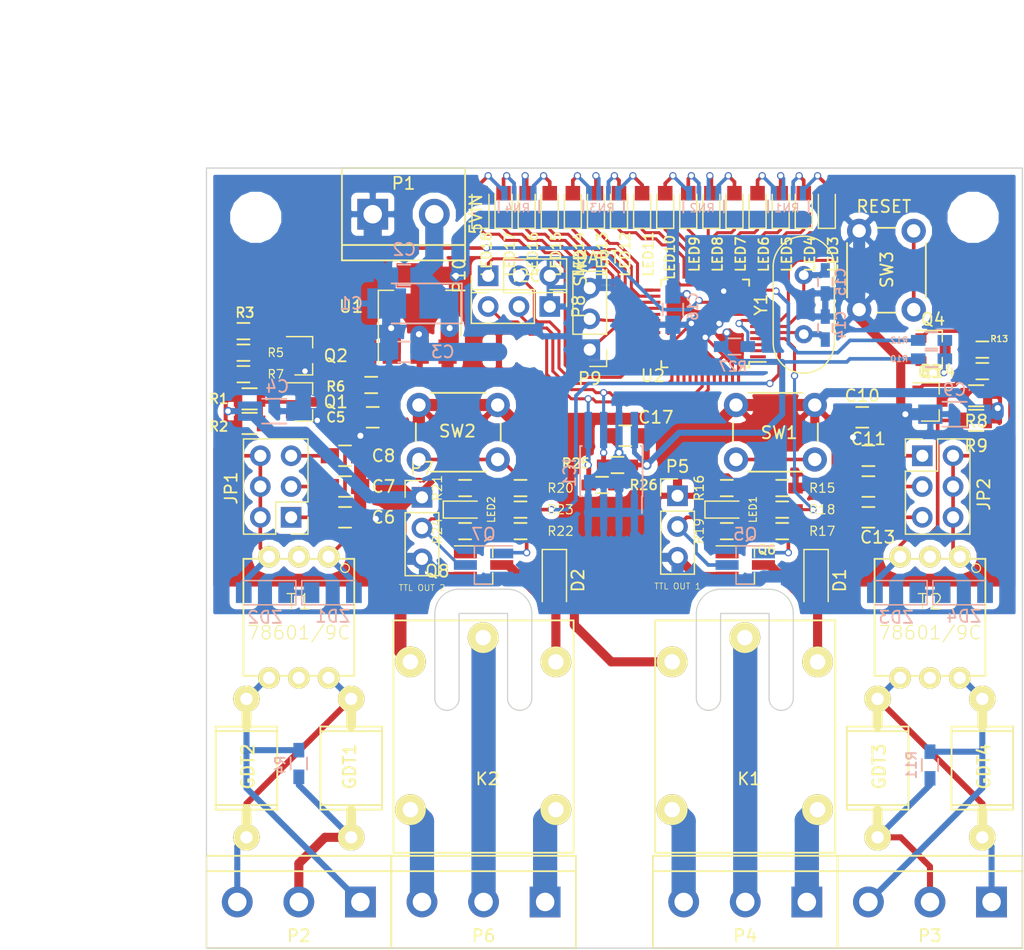
<source format=kicad_pcb>
(kicad_pcb (version 4) (host pcbnew 4.0.5-e0-6337~52~ubuntu16.10.1)
  (layers (0 F.Cu signal) (31 B.Cu signal) (34 B.Paste user) (35 F.Paste user) (36 B.SilkS user) (37 F.SilkS user) (38 B.Mask user) (39 F.Mask user) (44 Edge.Cuts user))
  (net 0 "")
  (net 1 +5V)
  (net 2 GND)
  (net 3 +3V3)
  (net 4 "Net-(C5-Pad1)")
  (net 5 "Net-(C6-Pad1)")
  (net 6 "Net-(C7-Pad1)")
  (net 7 "Net-(C8-Pad1)")
  (net 8 "Net-(C10-Pad1)")
  (net 9 "Net-(C11-Pad1)")
  (net 10 "Net-(C12-Pad1)")
  (net 11 "Net-(C13-Pad1)")
  (net 12 "Net-(C14-Pad1)")
  (net 13 "Net-(C15-Pad1)")
  (net 14 "Net-(D1-Pad2)")
  (net 15 "Net-(D2-Pad2)")
  (net 16 "Net-(GDT1-Pad1)")
  (net 17 "Net-(GDT1-Pad2)")
  (net 18 "Net-(GDT3-Pad1)")
  (net 19 "Net-(GDT3-Pad2)")
  (net 20 "Net-(JP1-Pad2)")
  (net 21 "Net-(JP2-Pad2)")
  (net 22 "Net-(K1-Pad3)")
  (net 23 "Net-(K1-Pad4)")
  (net 24 "Net-(K1-Pad5)")
  (net 25 "Net-(K2-Pad3)")
  (net 26 "Net-(K2-Pad4)")
  (net 27 "Net-(K2-Pad5)")
  (net 28 "Net-(LED1-Pad2)")
  (net 29 "Net-(LED1-Pad1)")
  (net 30 "Net-(LED2-Pad2)")
  (net 31 "Net-(LED2-Pad1)")
  (net 32 "Net-(LED3-Pad2)")
  (net 33 "Net-(LED4-Pad2)")
  (net 34 "Net-(LED5-Pad2)")
  (net 35 "Net-(LED6-Pad2)")
  (net 36 "Net-(LED7-Pad2)")
  (net 37 "Net-(LED8-Pad2)")
  (net 38 "Net-(LED9-Pad2)")
  (net 39 "Net-(LED10-Pad2)")
  (net 40 "Net-(LED11-Pad2)")
  (net 41 "Net-(LED12-Pad2)")
  (net 42 "Net-(LED13-Pad2)")
  (net 43 "Net-(LED14-Pad2)")
  (net 44 "Net-(LED15-Pad2)")
  (net 45 "Net-(LED16-Pad2)")
  (net 46 "Net-(LED17-Pad2)")
  (net 47 "Net-(LED18-Pad2)")
  (net 48 "Net-(Q1-Pad1)")
  (net 49 "Net-(Q2-Pad1)")
  (net 50 "Net-(Q2-Pad3)")
  (net 51 "Net-(Q3-Pad1)")
  (net 52 "Net-(Q4-Pad1)")
  (net 53 "Net-(Q4-Pad3)")
  (net 54 "Net-(Q5-Pad1)")
  (net 55 "Net-(Q6-Pad1)")
  (net 56 "Net-(Q7-Pad1)")
  (net 57 "Net-(Q8-Pad1)")
  (net 58 /MCU/osc1)
  (net 59 /colpitts/osc1)
  (net 60 "Net-(R17-Pad2)")
  (net 61 /outputs/active1)
  (net 62 "Net-(R22-Pad2)")
  (net 63 /MCU/active1)
  (net 64 "Net-(ZD1-Pad1)")
  (net 65 "Net-(ZD3-Pad1)")
  (net 66 /MCU/TXD)
  (net 67 /MCU/RXD)
  (net 68 /MCU/SWC)
  (net 69 /MCU/SWD)
  (net 70 "Net-(GDT2-Pad1)")
  (net 71 /EEPROM/sda)
  (net 72 "Net-(GDT4-Pad1)")
  (net 73 "Net-(R27-Pad2)")
  (net 74 /MCU/LD11)
  (net 75 /MCU/LD12)
  (net 76 /MCU/LD13)
  (net 77 /MCU/LD14)
  (net 78 /MCU/LD15)
  (net 79 /MCU/LD16)
  (net 80 /MCU/LD17)
  (net 81 /MCU/LD18)
  (net 82 /MCU/LD21)
  (net 83 /MCU/LD22)
  (net 84 /MCU/LD23)
  (net 85 /MCU/LD24)
  (net 86 /MCU/LD25)
  (net 87 /MCU/LD26)
  (net 88 /MCU/LD27)
  (net 89 /MCU/LD28)
  (net 90 /EEPROM/scl)
  (module Resistors_SMD:R_0603_HandSoldering (layer B.Cu) (at 95.377 111.76)
    (fp_text reference R12 (at -2.667 0 180) (layer B.SilkS) (effects (font (size 0.5 0.5) (thickness 0.1)) (justify mirror)))
    (fp_text value 4.7k hide)
    (pad 1 smd rect (at -1.1 0) (size 1.2 0.9) (layers B.Cu B.Paste B.Mask) (net 59 /colpitts/osc1))
    (pad 2 smd rect (at 1.1 0) (size 1.2 0.9) (layers B.Cu B.Paste B.Mask) (net 53 "Net-(Q4-Pad3)"))
  )
  (module Housings_SOIC:SOIC-8_3.9x4.9mm_Pitch1.27mm (layer B.Cu) (at 68.961 122.555 90)
    (fp_text reference IC1 (at -0.127 -3.429 90) (layer B.SilkS) (effects (justify mirror)))
    (fp_text value AT24CS02-SSHM hide)
    (pad 1 smd rect (at -3.4 1.905 90) (size 3 0.6) (layers B.Cu B.Paste B.Mask) (net 2 GND))
    (pad 2 smd rect (at -3.4 0.635 90) (size 3 0.6) (layers B.Cu B.Paste B.Mask) (net 2 GND))
    (pad 3 smd rect (at -3.4 -0.635 90) (size 3 0.6) (layers B.Cu B.Paste B.Mask) (net 2 GND))
    (pad 4 smd rect (at -3.4 -1.905 90) (size 3 0.6) (layers B.Cu B.Paste B.Mask) (net 2 GND))
    (pad 5 smd rect (at 3.4 -1.905 90) (size 3 0.6) (layers B.Cu B.Paste B.Mask) (net 71 /EEPROM/sda))
    (pad 6 smd rect (at 3.4 -0.635 90) (size 3 0.6) (layers B.Cu B.Paste B.Mask) (net 90 /EEPROM/scl))
    (pad 7 smd rect (at 3.4 0.635 90) (size 3 0.6) (layers B.Cu B.Paste B.Mask) (net 2 GND))
    (pad 8 smd rect (at 3.4 1.905 90) (size 3 0.6) (layers B.Cu B.Paste B.Mask) (net 3 +3V3))
  )
  (module cardetector:GDT (layer F.Cu) (at 38.862 147.066 270)
    (fp_text reference GDT2 (at -0.127 -0.127 270) (layer F.SilkS) (effects (font (size 1.016 1.016) (thickness 0.1778))))
    (fp_text value GDT hide)
    (pad 1 thru_hole circle (at -5.715 0 270) (size 2.18186 2.18186) (drill 1.016) (layers *.Cu F.Paste F.SilkS F.Mask) (net 70 "Net-(GDT2-Pad1)"))
    (pad 2 thru_hole circle (at 5.715 0 270) (size 2.18186 2.18186) (drill 1.016) (layers *.Cu F.Paste F.SilkS F.Mask) (net 16 "Net-(GDT1-Pad1)"))
  )
  (module cardetector:Murata_Impulse_Transformer (layer F.Cu) (at 43.18 134.62 270)
    (fp_text reference T1 (at -1.27 0 360) (layer F.SilkS) (effects (font (size 1.27 1.27) (thickness 0.1016))))
    (fp_text value 78601/9C (at 1.27 0 360) (layer F.SilkS) (effects (font (size 1.1 1.1) (thickness 0.1))))
    (pad 1 thru_hole circle (at -4.99872 -2.45872 270) (size 1.778 1.778) (drill 0.99822) (layers *.Cu F.Paste F.SilkS F.Mask) (net 4 "Net-(C5-Pad1)"))
    (pad 2 thru_hole circle (at -4.99872 0 270) (size 1.778 1.778) (drill 0.99822) (layers *.Cu F.Paste F.SilkS F.Mask))
    (pad 3 thru_hole circle (at -4.99872 2.45872 270) (size 1.778 1.778) (drill 0.99822) (layers *.Cu F.Paste F.SilkS F.Mask) (net 20 "Net-(JP1-Pad2)"))
    (pad 4 thru_hole circle (at 4.99872 2.45872 270) (size 1.778 1.778) (drill 0.99822) (layers *.Cu F.Paste F.SilkS F.Mask) (net 70 "Net-(GDT2-Pad1)"))
    (pad 5 thru_hole circle (at 4.99872 0 270) (size 1.778 1.778) (drill 0.99822) (layers *.Cu F.Paste F.SilkS F.Mask))
    (pad 6 thru_hole circle (at 4.99872 -2.45872 270) (size 1.778 1.778) (drill 0.99822) (layers *.Cu F.Paste F.SilkS F.Mask) (net 16 "Net-(GDT1-Pad1)"))
  )
  (module Buttons_Switches_THT:SW_PUSH_6mm (layer F.Cu) (at 79.248 117.094)
    (fp_text reference SW1 (at 3.556 2.286) (layer F.SilkS))
    (fp_text value TACTILE_SW hide)
    (pad 2 thru_hole circle (at 0 4.5 90) (size 2 2) (drill 1.1) (layers *.Cu *.Mask) (net 60 "Net-(R17-Pad2)"))
    (pad 1 thru_hole circle (at 0 0 90) (size 2 2) (drill 1.1) (layers *.Cu *.Mask) (net 1 +5V))
    (pad 2 thru_hole circle (at 6.5 4.5 90) (size 2 2) (drill 1.1) (layers *.Cu *.Mask) (net 60 "Net-(R17-Pad2)"))
    (pad 1 thru_hole circle (at 6.5 0 90) (size 2 2) (drill 1.1) (layers *.Cu *.Mask) (net 1 +5V))
  )
  (module Capacitors_Tantalum_SMD:Tantalum_Case-B_EIA-3528-21_Hand (layer B.Cu) (at 52.578 108.712 180)
    (fp_text reference C1 (at 5.08 0 180) (layer B.SilkS) (effects (justify mirror)))
    (fp_text value 10u)
    (pad 1 smd rect (at -2.15 0 180) (size 3.2 2.5) (layers B.Cu B.Paste B.Mask) (net 1 +5V))
    (pad 2 smd rect (at 2.15 0 180) (size 3.2 2.5) (layers B.Cu B.Paste B.Mask) (net 2 GND))
  )
  (module Capacitors_SMD:C_0805_HandSoldering (layer B.Cu) (at 51.8795 106.3625 180)
    (fp_text reference C2 (at 0 2.1 180) (layer B.SilkS) (effects (justify mirror)))
    (fp_text value 100n hide)
    (pad 1 smd rect (at -1.25 0 180) (size 1.5 1.25) (layers B.Cu B.Paste B.Mask) (net 1 +5V))
    (pad 2 smd rect (at 1.25 0 180) (size 1.5 1.25) (layers B.Cu B.Paste B.Mask) (net 2 GND))
  )
  (module Capacitors_SMD:C_0805_HandSoldering (layer B.Cu) (at 51.8795 112.7125 180)
    (fp_text reference C3 (at -3.175 0 180) (layer B.SilkS) (effects (justify mirror)))
    (fp_text value 100n hide)
    (pad 1 smd rect (at -1.25 0 180) (size 1.5 1.25) (layers B.Cu B.Paste B.Mask) (net 3 +3V3))
    (pad 2 smd rect (at 1.25 0 180) (size 1.5 1.25) (layers B.Cu B.Paste B.Mask) (net 2 GND))
  )
  (module Capacitors_SMD:C_1206_HandSoldering (layer B.Cu) (at 41.148 117.602)
    (fp_text reference C4 (at 0.254 -2.032) (layer B.SilkS) (effects (justify mirror)))
    (fp_text value 1u hide)
    (pad 1 smd rect (at -2 0) (size 2 1.6) (layers B.Cu B.Paste B.Mask) (net 1 +5V))
    (pad 2 smd rect (at 2 0) (size 2 1.6) (layers B.Cu B.Paste B.Mask) (net 2 GND))
  )
  (module Capacitors_SMD:C_0805_HandSoldering (layer F.Cu) (at 49.276 118.11)
    (fp_text reference C5 (at -3.048 0) (layer F.SilkS) (effects (font (size 0.8 0.8))))
    (fp_text value 100n hide)
    (pad 1 smd rect (at -1.25 0) (size 1.5 1.25) (layers F.Cu F.Paste F.Mask) (net 4 "Net-(C5-Pad1)"))
    (pad 2 smd rect (at 1.25 0) (size 1.5 1.25) (layers F.Cu F.Paste F.Mask) (net 2 GND))
  )
  (module Capacitors_SMD:C_0805_HandSoldering (layer F.Cu) (at 46.99 126.365)
    (fp_text reference C6 (at 3.175 0) (layer F.SilkS))
    (fp_text value 47n hide)
    (pad 1 smd rect (at -1.25 0) (size 1.5 1.25) (layers F.Cu F.Paste F.Mask) (net 5 "Net-(C6-Pad1)"))
    (pad 2 smd rect (at 1.25 0) (size 1.5 1.25) (layers F.Cu F.Paste F.Mask) (net 2 GND))
  )
  (module Capacitors_SMD:C_0805_HandSoldering (layer F.Cu) (at 46.99 123.825)
    (fp_text reference C7 (at 3.175 0) (layer F.SilkS))
    (fp_text value 33n hide)
    (pad 1 smd rect (at -1.25 0) (size 1.5 1.25) (layers F.Cu F.Paste F.Mask) (net 6 "Net-(C7-Pad1)"))
    (pad 2 smd rect (at 1.25 0) (size 1.5 1.25) (layers F.Cu F.Paste F.Mask) (net 2 GND))
  )
  (module Capacitors_SMD:C_0805_HandSoldering (layer F.Cu) (at 46.99 121.285)
    (fp_text reference C8 (at 3.175 0) (layer F.SilkS))
    (fp_text value 22n hide)
    (pad 1 smd rect (at -1.25 0) (size 1.5 1.25) (layers F.Cu F.Paste F.Mask) (net 7 "Net-(C8-Pad1)"))
    (pad 2 smd rect (at 1.25 0) (size 1.5 1.25) (layers F.Cu F.Paste F.Mask) (net 2 GND))
  )
  (module Capacitors_SMD:C_1206_HandSoldering (layer B.Cu) (at 97.282 117.856 180)
    (fp_text reference C9 (at 0 2.032 180) (layer B.SilkS) (effects (justify mirror)))
    (fp_text value 1u hide)
    (pad 1 smd rect (at -2 0 180) (size 2 1.6) (layers B.Cu B.Paste B.Mask) (net 1 +5V))
    (pad 2 smd rect (at 2 0 180) (size 2 1.6) (layers B.Cu B.Paste B.Mask) (net 2 GND))
  )
  (module Capacitors_SMD:C_0805_HandSoldering (layer F.Cu) (at 89.662 118.11 180)
    (fp_text reference C10 (at 0 1.778 180) (layer F.SilkS))
    (fp_text value 100n hide)
    (pad 1 smd rect (at -1.25 0 180) (size 1.5 1.25) (layers F.Cu F.Paste F.Mask) (net 8 "Net-(C10-Pad1)"))
    (pad 2 smd rect (at 1.25 0 180) (size 1.5 1.25) (layers F.Cu F.Paste F.Mask) (net 2 GND))
  )
  (module Capacitors_SMD:C_0805_HandSoldering (layer F.Cu) (at 90.17 121.285 180)
    (fp_text reference C11 (at 0 1.397 180) (layer F.SilkS))
    (fp_text value 47n hide)
    (pad 1 smd rect (at -1.25 0 180) (size 1.5 1.25) (layers F.Cu F.Paste F.Mask) (net 9 "Net-(C11-Pad1)"))
    (pad 2 smd rect (at 1.25 0 180) (size 1.5 1.25) (layers F.Cu F.Paste F.Mask) (net 2 GND))
  )
  (module Capacitors_SMD:C_0805_HandSoldering (layer F.Cu) (at 90.17 123.825 180)
    (fp_text reference C12 hide)
    (fp_text value 33n hide)
    (pad 1 smd rect (at -1.25 0 180) (size 1.5 1.25) (layers F.Cu F.Paste F.Mask) (net 10 "Net-(C12-Pad1)"))
    (pad 2 smd rect (at 1.25 0 180) (size 1.5 1.25) (layers F.Cu F.Paste F.Mask) (net 2 GND))
  )
  (module Capacitors_SMD:C_0805_HandSoldering (layer F.Cu) (at 90.17 126.365 180)
    (fp_text reference C13 (at -0.762 -1.651 180) (layer F.SilkS))
    (fp_text value 22n hide)
    (pad 1 smd rect (at -1.25 0 180) (size 1.5 1.25) (layers F.Cu F.Paste F.Mask) (net 11 "Net-(C13-Pad1)"))
    (pad 2 smd rect (at 1.25 0 180) (size 1.5 1.25) (layers F.Cu F.Paste F.Mask) (net 2 GND))
  )
  (module Capacitors_SMD:C_0603_HandSoldering (layer B.Cu) (at 86.614 110.744 90)
    (fp_text reference C14 (at 0.254 1.27 90) (layer B.SilkS) (effects (font (size 0.8 0.8)) (justify mirror)))
    (fp_text value 22p hide)
    (pad 1 smd rect (at -0.95 0 90) (size 1.2 0.75) (layers B.Cu B.Paste B.Mask) (net 12 "Net-(C14-Pad1)"))
    (pad 2 smd rect (at 0.95 0 90) (size 1.2 0.75) (layers B.Cu B.Paste B.Mask) (net 2 GND))
  )
  (module Capacitors_SMD:C_0603_HandSoldering (layer B.Cu) (at 86.614 106.934 270)
    (fp_text reference C15 (at 0 -1.27 270) (layer B.SilkS) (effects (font (size 0.8 0.8)) (justify mirror)))
    (fp_text value 22p hide)
    (pad 1 smd rect (at -0.95 0 270) (size 1.2 0.75) (layers B.Cu B.Paste B.Mask) (net 13 "Net-(C15-Pad1)"))
    (pad 2 smd rect (at 0.95 0 270) (size 1.2 0.75) (layers B.Cu B.Paste B.Mask) (net 2 GND))
  )
  (module Capacitors_SMD:C_0805_HandSoldering (layer B.Cu) (at 74.041 109.22 270)
    (fp_text reference C16 (at -0.254 -1.651 270) (layer B.SilkS) (effects (font (size 0.8 0.8)) (justify mirror)))
    (fp_text value 100n hide)
    (pad 1 smd rect (at -1.25 0 270) (size 1.5 1.25) (layers B.Cu B.Paste B.Mask) (net 3 +3V3))
    (pad 2 smd rect (at 1.25 0 270) (size 1.5 1.25) (layers B.Cu B.Paste B.Mask) (net 2 GND))
  )
  (module Capacitors_SMD:C_0805_HandSoldering (layer F.Cu) (at 70.104 119.634 180)
    (fp_text reference C17 (at -2.54 1.524 180) (layer F.SilkS))
    (fp_text value 100n hide)
    (pad 1 smd rect (at -1.25 0 180) (size 1.5 1.25) (layers F.Cu F.Paste F.Mask) (net 3 +3V3))
    (pad 2 smd rect (at 1.25 0 180) (size 1.5 1.25) (layers F.Cu F.Paste F.Mask) (net 2 GND))
  )
  (module Pin_Headers:Pin_Header_Straight_2x03_Pitch2.54mm (layer F.Cu) (at 42.545 126.365 180)
    (fp_text reference JP1 (at 4.953 2.413 270) (layer F.SilkS))
    (fp_text value JP3x2 hide)
    (pad 1 thru_hole rect (at 0 0 180) (size 1.7 1.7) (drill 1) (layers *.Cu *.Mask) (net 5 "Net-(C6-Pad1)"))
    (pad 2 thru_hole oval (at 2.54 0 180) (size 1.7 1.7) (drill 1) (layers *.Cu *.Mask) (net 20 "Net-(JP1-Pad2)"))
    (pad 3 thru_hole oval (at 0 2.54 180) (size 1.7 1.7) (drill 1) (layers *.Cu *.Mask) (net 6 "Net-(C7-Pad1)"))
    (pad 4 thru_hole oval (at 2.54 2.54 180) (size 1.7 1.7) (drill 1) (layers *.Cu *.Mask) (net 20 "Net-(JP1-Pad2)"))
    (pad 5 thru_hole oval (at 0 5.08 180) (size 1.7 1.7) (drill 1) (layers *.Cu *.Mask) (net 7 "Net-(C8-Pad1)"))
    (pad 6 thru_hole oval (at 2.54 5.08 180) (size 1.7 1.7) (drill 1) (layers *.Cu *.Mask) (net 20 "Net-(JP1-Pad2)"))
  )
  (module Pin_Headers:Pin_Header_Straight_2x03_Pitch2.54mm (layer F.Cu) (at 94.615 121.285)
    (fp_text reference JP2 (at 5.08 3.175 90) (layer F.SilkS))
    (fp_text value JP3x2 hide)
    (pad 1 thru_hole rect (at 0 0) (size 1.7 1.7) (drill 1) (layers *.Cu *.Mask) (net 9 "Net-(C11-Pad1)"))
    (pad 2 thru_hole oval (at 2.54 0) (size 1.7 1.7) (drill 1) (layers *.Cu *.Mask) (net 21 "Net-(JP2-Pad2)"))
    (pad 3 thru_hole oval (at 0 2.54) (size 1.7 1.7) (drill 1) (layers *.Cu *.Mask) (net 10 "Net-(C12-Pad1)"))
    (pad 4 thru_hole oval (at 2.54 2.54) (size 1.7 1.7) (drill 1) (layers *.Cu *.Mask) (net 21 "Net-(JP2-Pad2)"))
    (pad 5 thru_hole oval (at 0 5.08) (size 1.7 1.7) (drill 1) (layers *.Cu *.Mask) (net 11 "Net-(C13-Pad1)"))
    (pad 6 thru_hole oval (at 2.54 5.08) (size 1.7 1.7) (drill 1) (layers *.Cu *.Mask) (net 21 "Net-(JP2-Pad2)"))
  )
  (module LEDs:LED_0805 (layer F.Cu) (at 78.486 125.73)
    (fp_text reference LED1 (at 2.159 0 90) (layer F.SilkS) (effects (font (size 0.6 0.6) (thickness 0.1))))
    (fp_text value LED_Small hide)
    (pad 2 smd rect (at 1.1 0 180) (size 1.2 1.2) (layers F.Cu F.Paste F.Mask) (net 28 "Net-(LED1-Pad2)"))
    (pad 1 smd rect (at -1.1 0 180) (size 1.2 1.2) (layers F.Cu F.Paste F.Mask) (net 29 "Net-(LED1-Pad1)"))
  )
  (module LEDs:LED_0805 (layer F.Cu) (at 56.896 125.73)
    (fp_text reference LED2 (at 2.159 0 90) (layer F.SilkS) (effects (font (size 0.6 0.6) (thickness 0.1))))
    (fp_text value LED_Small hide)
    (pad 2 smd rect (at 1.1 0 180) (size 1.2 1.2) (layers F.Cu F.Paste F.Mask) (net 30 "Net-(LED2-Pad2)"))
    (pad 1 smd rect (at -1.1 0 180) (size 1.2 1.2) (layers F.Cu F.Paste F.Mask) (net 31 "Net-(LED2-Pad1)"))
  )
  (module LEDs:LED_0805 (layer F.Cu) (at 86.741 100.711 90)
    (fp_text reference LED3 (at -3.937 0.508 90) (layer F.SilkS) (effects (font (size 0.8 0.8))))
    (fp_text value LED_Small hide)
    (pad 2 smd rect (at 1.1 0 270) (size 1.2 1.2) (layers F.Cu F.Paste F.Mask) (net 32 "Net-(LED3-Pad2)"))
    (pad 1 smd rect (at -1.1 0 270) (size 1.2 1.2) (layers F.Cu F.Paste F.Mask) (net 74 /MCU/LD11))
  )
  (module LEDs:LED_0805 (layer F.Cu) (at 84.836 100.711 90)
    (fp_text reference LED4 (at -3.937 0.508 90) (layer F.SilkS) (effects (font (size 0.8 0.8))))
    (fp_text value LED_Small hide)
    (pad 2 smd rect (at 1.1 0 270) (size 1.2 1.2) (layers F.Cu F.Paste F.Mask) (net 33 "Net-(LED4-Pad2)"))
    (pad 1 smd rect (at -1.1 0 270) (size 1.2 1.2) (layers F.Cu F.Paste F.Mask) (net 75 /MCU/LD12))
  )
  (module LEDs:LED_0805 (layer F.Cu) (at 82.931 100.711 90)
    (fp_text reference LED5 (at -3.937 0.508 90) (layer F.SilkS) (effects (font (size 0.8 0.8))))
    (fp_text value LED_Small hide)
    (pad 2 smd rect (at 1.1 0 270) (size 1.2 1.2) (layers F.Cu F.Paste F.Mask) (net 34 "Net-(LED5-Pad2)"))
    (pad 1 smd rect (at -1.1 0 270) (size 1.2 1.2) (layers F.Cu F.Paste F.Mask) (net 76 /MCU/LD13))
  )
  (module LEDs:LED_0805 (layer F.Cu) (at 81.026 100.711 90)
    (fp_text reference LED6 (at -3.937 0.508 90) (layer F.SilkS) (effects (font (size 0.8 0.8))))
    (fp_text value LED_Small hide)
    (pad 2 smd rect (at 1.1 0 270) (size 1.2 1.2) (layers F.Cu F.Paste F.Mask) (net 35 "Net-(LED6-Pad2)"))
    (pad 1 smd rect (at -1.1 0 270) (size 1.2 1.2) (layers F.Cu F.Paste F.Mask) (net 77 /MCU/LD14))
  )
  (module LEDs:LED_0805 (layer F.Cu) (at 79.121 100.711 90)
    (fp_text reference LED7 (at -3.937 0.508 90) (layer F.SilkS) (effects (font (size 0.8 0.8))))
    (fp_text value LED_Small hide)
    (pad 2 smd rect (at 1.1 0 270) (size 1.2 1.2) (layers F.Cu F.Paste F.Mask) (net 36 "Net-(LED7-Pad2)"))
    (pad 1 smd rect (at -1.1 0 270) (size 1.2 1.2) (layers F.Cu F.Paste F.Mask) (net 78 /MCU/LD15))
  )
  (module LEDs:LED_0805 (layer F.Cu) (at 77.216 100.711 90)
    (fp_text reference LED8 (at -3.937 0.508 90) (layer F.SilkS) (effects (font (size 0.8 0.8))))
    (fp_text value LED_Small hide)
    (pad 2 smd rect (at 1.1 0 270) (size 1.2 1.2) (layers F.Cu F.Paste F.Mask) (net 37 "Net-(LED8-Pad2)"))
    (pad 1 smd rect (at -1.1 0 270) (size 1.2 1.2) (layers F.Cu F.Paste F.Mask) (net 79 /MCU/LD16))
  )
  (module LEDs:LED_0805 (layer F.Cu) (at 75.311 100.711 90)
    (fp_text reference LED9 (at -3.937 0.508 90) (layer F.SilkS) (effects (font (size 0.8 0.8))))
    (fp_text value LED_Small hide)
    (pad 2 smd rect (at 1.1 0 270) (size 1.2 1.2) (layers F.Cu F.Paste F.Mask) (net 38 "Net-(LED9-Pad2)"))
    (pad 1 smd rect (at -1.1 0 270) (size 1.2 1.2) (layers F.Cu F.Paste F.Mask) (net 80 /MCU/LD17))
  )
  (module LEDs:LED_0805 (layer F.Cu) (at 73.406 100.711 90)
    (fp_text reference LED10 (at -4.191 0.381 90) (layer F.SilkS) (effects (font (size 0.8 0.8))))
    (fp_text value LED_Small hide)
    (pad 2 smd rect (at 1.1 0 270) (size 1.2 1.2) (layers F.Cu F.Paste F.Mask) (net 39 "Net-(LED10-Pad2)"))
    (pad 1 smd rect (at -1.1 0 270) (size 1.2 1.2) (layers F.Cu F.Paste F.Mask) (net 81 /MCU/LD18))
  )
  (module LEDs:LED_0805 (layer F.Cu) (at 71.501 100.711 90)
    (fp_text reference LED11 (at -3.937 0.508 90) (layer F.SilkS) (effects (font (size 0.8 0.8))))
    (fp_text value LED_Small hide)
    (pad 2 smd rect (at 1.1 0 270) (size 1.2 1.2) (layers F.Cu F.Paste F.Mask) (net 40 "Net-(LED11-Pad2)"))
    (pad 1 smd rect (at -1.1 0 270) (size 1.2 1.2) (layers F.Cu F.Paste F.Mask) (net 82 /MCU/LD21))
  )
  (module LEDs:LED_0805 (layer F.Cu) (at 69.596 100.711 90)
    (fp_text reference LED12 (at -3.937 0.508 90) (layer F.SilkS) (effects (font (size 0.8 0.8))))
    (fp_text value LED_Small hide)
    (pad 2 smd rect (at 1.1 0 270) (size 1.2 1.2) (layers F.Cu F.Paste F.Mask) (net 41 "Net-(LED12-Pad2)"))
    (pad 1 smd rect (at -1.1 0 270) (size 1.2 1.2) (layers F.Cu F.Paste F.Mask) (net 83 /MCU/LD22))
  )
  (module LEDs:LED_0805 (layer F.Cu) (at 67.691 100.711 90)
    (fp_text reference LED13 (at -3.937 0.508 90) (layer F.SilkS) (effects (font (size 0.8 0.8))))
    (fp_text value LED_Small hide)
    (pad 2 smd rect (at 1.1 0 270) (size 1.2 1.2) (layers F.Cu F.Paste F.Mask) (net 42 "Net-(LED13-Pad2)"))
    (pad 1 smd rect (at -1.1 0 270) (size 1.2 1.2) (layers F.Cu F.Paste F.Mask) (net 84 /MCU/LD23))
  )
  (module LEDs:LED_0805 (layer F.Cu) (at 65.786 100.711 90)
    (fp_text reference LED14 (at -3.937 0.508 90) (layer F.SilkS) (effects (font (size 0.8 0.8))))
    (fp_text value LED_Small hide)
    (pad 2 smd rect (at 1.1 0 270) (size 1.2 1.2) (layers F.Cu F.Paste F.Mask) (net 43 "Net-(LED14-Pad2)"))
    (pad 1 smd rect (at -1.1 0 270) (size 1.2 1.2) (layers F.Cu F.Paste F.Mask) (net 85 /MCU/LD24))
  )
  (module LEDs:LED_0805 (layer F.Cu) (at 63.881 100.711 90)
    (fp_text reference LED15 (at -3.937 0.508 90) (layer F.SilkS) (effects (font (size 0.8 0.8))))
    (fp_text value LED_Small hide)
    (pad 2 smd rect (at 1.1 0 270) (size 1.2 1.2) (layers F.Cu F.Paste F.Mask) (net 44 "Net-(LED15-Pad2)"))
    (pad 1 smd rect (at -1.1 0 270) (size 1.2 1.2) (layers F.Cu F.Paste F.Mask) (net 86 /MCU/LD25))
  )
  (module LEDs:LED_0805 (layer F.Cu) (at 61.976 100.711 90)
    (fp_text reference LED16 (at -3.937 0.508 90) (layer F.SilkS) (effects (font (size 0.8 0.8))))
    (fp_text value LED_Small hide)
    (pad 2 smd rect (at 1.1 0 270) (size 1.2 1.2) (layers F.Cu F.Paste F.Mask) (net 45 "Net-(LED16-Pad2)"))
    (pad 1 smd rect (at -1.1 0 270) (size 1.2 1.2) (layers F.Cu F.Paste F.Mask) (net 87 /MCU/LD26))
  )
  (module LEDs:LED_0805 (layer F.Cu) (at 60.071 100.711 90)
    (fp_text reference LED17 (at -3.937 0.508 90) (layer F.SilkS) (effects (font (size 0.8 0.8))))
    (fp_text value LED_Small hide)
    (pad 2 smd rect (at 1.1 0 270) (size 1.2 1.2) (layers F.Cu F.Paste F.Mask) (net 46 "Net-(LED17-Pad2)"))
    (pad 1 smd rect (at -1.1 0 270) (size 1.2 1.2) (layers F.Cu F.Paste F.Mask) (net 88 /MCU/LD27))
  )
  (module LEDs:LED_0805 (layer F.Cu) (at 58.166 100.711 90)
    (fp_text reference LED18 (at -3.937 0.508 90) (layer F.SilkS) (effects (font (size 0.8 0.8))))
    (fp_text value LED_Small hide)
    (pad 2 smd rect (at 1.1 0 270) (size 1.2 1.2) (layers F.Cu F.Paste F.Mask) (net 47 "Net-(LED18-Pad2)"))
    (pad 1 smd rect (at -1.1 0 270) (size 1.2 1.2) (layers F.Cu F.Paste F.Mask) (net 89 /MCU/LD28))
  )
  (module Connectors:bornier2 (layer F.Cu) (at 51.816 101.346)
    (fp_text reference P1 (at 0 -2.54) (layer F.SilkS))
    (fp_text value 5VIN (at 5.969 0 90) (layer F.SilkS))
    (pad 1 thru_hole rect (at -2.54 0) (size 2.54 2.54) (drill 1.524) (layers *.Cu *.Mask) (net 2 GND))
    (pad 2 thru_hole circle (at 2.54 0) (size 2.54 2.54) (drill 1.524) (layers *.Cu *.Mask) (net 1 +5V))
  )
  (module Connectors:bornier3 (layer F.Cu) (at 43.18 158.115 180)
    (fp_text reference P2 (at 0 -2.794 180) (layer F.SilkS))
    (fp_text value LOOP1)
    (pad 1 thru_hole rect (at -5.08 0 180) (size 2.54 2.54) (drill 1.524) (layers *.Cu *.Mask) (net 70 "Net-(GDT2-Pad1)"))
    (pad 2 thru_hole circle (at 0 0 180) (size 2.54 2.54) (drill 1.524) (layers *.Cu *.Mask) (net 17 "Net-(GDT1-Pad2)"))
    (pad 3 thru_hole circle (at 5.08 0 180) (size 2.54 2.54) (drill 1.524) (layers *.Cu *.Mask) (net 16 "Net-(GDT1-Pad1)"))
  )
  (module Connectors:bornier3 (layer F.Cu) (at 95.25 158.115 180)
    (fp_text reference P3 (at 0 -2.794 180) (layer F.SilkS))
    (fp_text value LOOP2)
    (pad 1 thru_hole rect (at -5.08 0 180) (size 2.54 2.54) (drill 1.524) (layers *.Cu *.Mask) (net 18 "Net-(GDT3-Pad1)"))
    (pad 2 thru_hole circle (at 0 0 180) (size 2.54 2.54) (drill 1.524) (layers *.Cu *.Mask) (net 19 "Net-(GDT3-Pad2)"))
    (pad 3 thru_hole circle (at 5.08 0 180) (size 2.54 2.54) (drill 1.524) (layers *.Cu *.Mask) (net 72 "Net-(GDT4-Pad1)"))
  )
  (module Connectors:bornier3 (layer F.Cu) (at 80.01 158.115 180)
    (fp_text reference P4 (at 0 -2.794 180) (layer F.SilkS))
    (fp_text value "RELAY OUT 1" hide)
    (pad 1 thru_hole rect (at -5.08 0 180) (size 2.54 2.54) (drill 1.524) (layers *.Cu *.Mask) (net 23 "Net-(K1-Pad4)"))
    (pad 2 thru_hole circle (at 0 0 180) (size 2.54 2.54) (drill 1.524) (layers *.Cu *.Mask) (net 24 "Net-(K1-Pad5)"))
    (pad 3 thru_hole circle (at 5.08 0 180) (size 2.54 2.54) (drill 1.524) (layers *.Cu *.Mask) (net 22 "Net-(K1-Pad3)"))
  )
  (module Connectors:bornier3 (layer F.Cu) (at 58.42 158.115 180)
    (fp_text reference P6 (at 0 -2.794 180) (layer F.SilkS))
    (fp_text value "RELAY OUT 2" hide)
    (pad 1 thru_hole rect (at -5.08 0 180) (size 2.54 2.54) (drill 1.524) (layers *.Cu *.Mask) (net 26 "Net-(K2-Pad4)"))
    (pad 2 thru_hole circle (at 0 0 180) (size 2.54 2.54) (drill 1.524) (layers *.Cu *.Mask) (net 27 "Net-(K2-Pad5)"))
    (pad 3 thru_hole circle (at 5.08 0 180) (size 2.54 2.54) (drill 1.524) (layers *.Cu *.Mask) (net 25 "Net-(K2-Pad3)"))
  )
  (module Pin_Headers:Pin_Header_Straight_1x03_Pitch2.54mm (layer F.Cu) (at 63.881 108.966 270)
    (fp_text reference P8 (at 0 -2.39 270) (layer F.SilkS))
    (fp_text value I2C (at -2.54 1.905 360) (layer F.SilkS))
    (pad 1 thru_hole rect (at 0 0 270) (size 1.7 1.7) (drill 1) (layers *.Cu *.Mask) (net 2 GND))
    (pad 2 thru_hole oval (at 0 2.54 270) (size 1.7 1.7) (drill 1) (layers *.Cu *.Mask) (net 90 /EEPROM/scl))
    (pad 3 thru_hole oval (at 0 5.08 270) (size 1.7 1.7) (drill 1) (layers *.Cu *.Mask) (net 71 /EEPROM/sda))
  )
  (module Pin_Headers:Pin_Header_Straight_1x03_Pitch2.54mm (layer F.Cu) (at 67.183 112.522 180)
    (fp_text reference P9 (at 0 -2.39 180) (layer F.SilkS))
    (fp_text value UART (at -0.635 7.62 180) (layer F.SilkS))
    (pad 1 thru_hole rect (at 0 0 180) (size 1.7 1.7) (drill 1) (layers *.Cu *.Mask) (net 67 /MCU/RXD))
    (pad 2 thru_hole oval (at 0 2.54 180) (size 1.7 1.7) (drill 1) (layers *.Cu *.Mask) (net 66 /MCU/TXD))
    (pad 3 thru_hole oval (at 0 5.08 180) (size 1.7 1.7) (drill 1) (layers *.Cu *.Mask) (net 2 GND))
  )
  (module Pin_Headers:Pin_Header_Straight_1x03_Pitch2.54mm (layer F.Cu) (at 58.801 106.426 90)
    (fp_text reference P10 (at 0 -2.39 90) (layer F.SilkS))
    (fp_text value SWD (at 0.635 7.62 90) (layer F.SilkS))
    (pad 1 thru_hole rect (at 0 0 90) (size 1.7 1.7) (drill 1) (layers *.Cu *.Mask) (net 69 /MCU/SWD))
    (pad 2 thru_hole oval (at 0 2.54 90) (size 1.7 1.7) (drill 1) (layers *.Cu *.Mask) (net 68 /MCU/SWC))
    (pad 3 thru_hole oval (at 0 5.08 90) (size 1.7 1.7) (drill 1) (layers *.Cu *.Mask) (net 2 GND))
  )
  (module Resistors_SMD:R_0603_HandSoldering (layer F.Cu) (at 38.608 110.998)
    (fp_text reference R3 (at 0.127 -1.524) (layer F.SilkS) (effects (font (size 0.8 0.8))))
    (fp_text value 1k hide)
    (pad 1 smd rect (at -1.1 0) (size 1.2 0.9) (layers F.Cu F.Paste F.Mask) (net 3 +3V3))
    (pad 2 smd rect (at 1.1 0) (size 1.2 0.9) (layers F.Cu F.Paste F.Mask) (net 50 "Net-(Q2-Pad3)"))
  )
  (module Resistors_SMD:R_0603_HandSoldering (layer B.Cu) (at 43.18 146.685 270)
    (fp_text reference R4 (at 0.127 1.524 270) (layer B.SilkS) (effects (font (size 0.8 0.8)) (justify mirror)))
    (fp_text value 1.8M hide)
    (pad 1 smd rect (at -1.1 0 270) (size 1.2 0.9) (layers B.Cu B.Paste B.Mask) (net 70 "Net-(GDT2-Pad1)"))
    (pad 2 smd rect (at 1.1 0 270) (size 1.2 0.9) (layers B.Cu B.Paste B.Mask) (net 17 "Net-(GDT1-Pad2)"))
  )
  (module Resistors_SMD:R_0603_HandSoldering (layer F.Cu) (at 38.608 112.776)
    (fp_text reference R5 (at 2.667 0) (layer F.SilkS) (effects (font (size 0.7 0.7) (thickness 0.1))))
    (fp_text value 4.7k hide)
    (pad 1 smd rect (at -1.1 0) (size 1.2 0.9) (layers F.Cu F.Paste F.Mask) (net 58 /MCU/osc1))
    (pad 2 smd rect (at 1.1 0) (size 1.2 0.9) (layers F.Cu F.Paste F.Mask) (net 50 "Net-(Q2-Pad3)"))
  )
  (module Resistors_SMD:R_0603_HandSoldering (layer F.Cu) (at 49.149 115.443)
    (fp_text reference R6 (at -2.921 0.127) (layer F.SilkS) (effects (font (size 0.8 0.8))))
    (fp_text value 4.7k hide)
    (pad 1 smd rect (at -1.1 0) (size 1.2 0.9) (layers F.Cu F.Paste F.Mask) (net 4 "Net-(C5-Pad1)"))
    (pad 2 smd rect (at 1.1 0) (size 1.2 0.9) (layers F.Cu F.Paste F.Mask) (net 49 "Net-(Q2-Pad1)"))
  )
  (module Resistors_SMD:R_0603_HandSoldering (layer F.Cu) (at 38.608 114.554 180)
    (fp_text reference R7 (at -2.667 0 180) (layer F.SilkS) (effects (font (size 0.7 0.7) (thickness 0.1))))
    (fp_text value 1k hide)
    (pad 1 smd rect (at -1.1 0 180) (size 1.2 0.9) (layers F.Cu F.Paste F.Mask) (net 48 "Net-(Q1-Pad1)"))
    (pad 2 smd rect (at 1.1 0 180) (size 1.2 0.9) (layers F.Cu F.Paste F.Mask) (net 20 "Net-(JP1-Pad2)"))
  )
  (module Resistors_SMD:R_0603_HandSoldering (layer B.Cu) (at 95.377 113.284)
    (fp_text reference R10 (at -2.667 0 180) (layer B.SilkS) (effects (font (size 0.5 0.5) (thickness 0.1)) (justify mirror)))
    (fp_text value 1k hide)
    (pad 1 smd rect (at -1.1 0) (size 1.2 0.9) (layers B.Cu B.Paste B.Mask) (net 3 +3V3))
    (pad 2 smd rect (at 1.1 0) (size 1.2 0.9) (layers B.Cu B.Paste B.Mask) (net 53 "Net-(Q4-Pad3)"))
  )
  (module Resistors_SMD:R_0603_HandSoldering (layer B.Cu) (at 95.25 146.812 270)
    (fp_text reference R11 (at 0 1.524 270) (layer B.SilkS) (effects (font (size 0.8 0.8)) (justify mirror)))
    (fp_text value 1.8M hide)
    (pad 1 smd rect (at -1.1 0 270) (size 1.2 0.9) (layers B.Cu B.Paste B.Mask) (net 72 "Net-(GDT4-Pad1)"))
    (pad 2 smd rect (at 1.1 0 270) (size 1.2 0.9) (layers B.Cu B.Paste B.Mask) (net 19 "Net-(GDT3-Pad2)"))
  )
  (module Resistors_SMD:R_0603_HandSoldering (layer F.Cu) (at 99.568 112.522)
    (fp_text reference R13 (at 1.397 -0.889 180) (layer F.SilkS) (effects (font (size 0.5 0.5) (thickness 0.1))))
    (fp_text value 4.7k hide)
    (pad 1 smd rect (at -1.1 0) (size 1.2 0.9) (layers F.Cu F.Paste F.Mask) (net 8 "Net-(C10-Pad1)"))
    (pad 2 smd rect (at 1.1 0) (size 1.2 0.9) (layers F.Cu F.Paste F.Mask) (net 52 "Net-(Q4-Pad1)"))
  )
  (module Resistors_SMD:R_0603_HandSoldering (layer F.Cu) (at 99.568 114.3)
    (fp_text reference R14 (at -3.683 0) (layer F.SilkS))
    (fp_text value 1k hide)
    (pad 1 smd rect (at -1.1 0) (size 1.2 0.9) (layers F.Cu F.Paste F.Mask) (net 51 "Net-(Q3-Pad1)"))
    (pad 2 smd rect (at 1.1 0) (size 1.2 0.9) (layers F.Cu F.Paste F.Mask) (net 21 "Net-(JP2-Pad2)"))
  )
  (module Resistors_SMD:R_0603_HandSoldering (layer F.Cu) (at 83.058 123.952 180)
    (fp_text reference R15 (at -3.302 0 180) (layer F.SilkS) (effects (font (size 0.75 0.75) (thickness 0.1))))
    (fp_text value 1k hide)
    (pad 1 smd rect (at -1.1 0 180) (size 1.2 0.9) (layers F.Cu F.Paste F.Mask) (net 1 +5V))
    (pad 2 smd rect (at 1.1 0 180) (size 1.2 0.9) (layers F.Cu F.Paste F.Mask) (net 28 "Net-(LED1-Pad2)"))
  )
  (module Resistors_SMD:R_0603_HandSoldering (layer F.Cu) (at 78.486 123.952 180)
    (fp_text reference R16 (at 2.286 0 270) (layer F.SilkS) (effects (font (size 0.75 0.75) (thickness 0.12))))
    (fp_text value 10k hide)
    (pad 1 smd rect (at -1.1 0 180) (size 1.2 0.9) (layers F.Cu F.Paste F.Mask) (net 1 +5V))
    (pad 2 smd rect (at 1.1 0 180) (size 1.2 0.9) (layers F.Cu F.Paste F.Mask) (net 29 "Net-(LED1-Pad1)"))
  )
  (module Resistors_SMD:R_0603_HandSoldering (layer F.Cu) (at 83.058 127.508 180)
    (fp_text reference R17 (at -3.302 0 180) (layer F.SilkS) (effects (font (size 0.75 0.75) (thickness 0.1))))
    (fp_text value 4.7K hide)
    (pad 1 smd rect (at -1.1 0 180) (size 1.2 0.9) (layers F.Cu F.Paste F.Mask) (net 54 "Net-(Q5-Pad1)"))
    (pad 2 smd rect (at 1.1 0 180) (size 1.2 0.9) (layers F.Cu F.Paste F.Mask) (net 60 "Net-(R17-Pad2)"))
  )
  (module Resistors_SMD:R_0603_HandSoldering (layer F.Cu) (at 83.058 125.73)
    (fp_text reference R18 (at 3.302 0) (layer F.SilkS) (effects (font (size 0.75 0.75) (thickness 0.1))))
    (fp_text value 1K hide)
    (pad 1 smd rect (at -1.1 0) (size 1.2 0.9) (layers F.Cu F.Paste F.Mask) (net 60 "Net-(R17-Pad2)"))
    (pad 2 smd rect (at 1.1 0) (size 1.2 0.9) (layers F.Cu F.Paste F.Mask) (net 61 /outputs/active1))
  )
  (module Resistors_SMD:R_0603_HandSoldering (layer F.Cu) (at 78.486 127.508)
    (fp_text reference R19 (at -2.286 0 90) (layer F.SilkS) (effects (font (size 0.75 0.75) (thickness 0.1))))
    (fp_text value 4.7K hide)
    (pad 1 smd rect (at -1.1 0) (size 1.2 0.9) (layers F.Cu F.Paste F.Mask) (net 55 "Net-(Q6-Pad1)"))
    (pad 2 smd rect (at 1.1 0) (size 1.2 0.9) (layers F.Cu F.Paste F.Mask) (net 60 "Net-(R17-Pad2)"))
  )
  (module Resistors_SMD:R_0603_HandSoldering (layer F.Cu) (at 61.468 123.952 180)
    (fp_text reference R20 (at -3.302 0 360) (layer F.SilkS) (effects (font (size 0.75 0.75) (thickness 0.1))))
    (fp_text value 1k hide)
    (pad 1 smd rect (at -1.1 0 180) (size 1.2 0.9) (layers F.Cu F.Paste F.Mask) (net 1 +5V))
    (pad 2 smd rect (at 1.1 0 180) (size 1.2 0.9) (layers F.Cu F.Paste F.Mask) (net 30 "Net-(LED2-Pad2)"))
  )
  (module Resistors_SMD:R_0603_HandSoldering (layer F.Cu) (at 56.896 123.952 180)
    (fp_text reference R21 (at 2.286 0 270) (layer F.SilkS) (effects (font (size 0.75 0.75) (thickness 0.1))))
    (fp_text value 10k hide)
    (pad 1 smd rect (at -1.1 0 180) (size 1.2 0.9) (layers F.Cu F.Paste F.Mask) (net 1 +5V))
    (pad 2 smd rect (at 1.1 0 180) (size 1.2 0.9) (layers F.Cu F.Paste F.Mask) (net 31 "Net-(LED2-Pad1)"))
  )
  (module Resistors_SMD:R_0603_HandSoldering (layer F.Cu) (at 61.468 127.508 180)
    (fp_text reference R22 (at -3.302 0 180) (layer F.SilkS) (effects (font (size 0.75 0.75) (thickness 0.1))))
    (fp_text value 4.7K hide)
    (pad 1 smd rect (at -1.1 0 180) (size 1.2 0.9) (layers F.Cu F.Paste F.Mask) (net 56 "Net-(Q7-Pad1)"))
    (pad 2 smd rect (at 1.1 0 180) (size 1.2 0.9) (layers F.Cu F.Paste F.Mask) (net 62 "Net-(R22-Pad2)"))
  )
  (module Resistors_SMD:R_0603_HandSoldering (layer F.Cu) (at 61.468 125.73)
    (fp_text reference R23 (at 3.302 0) (layer F.SilkS) (effects (font (size 0.75 0.75) (thickness 0.1))))
    (fp_text value 1K hide)
    (pad 1 smd rect (at -1.1 0) (size 1.2 0.9) (layers F.Cu F.Paste F.Mask) (net 62 "Net-(R22-Pad2)"))
    (pad 2 smd rect (at 1.1 0) (size 1.2 0.9) (layers F.Cu F.Paste F.Mask) (net 63 /MCU/active1))
  )
  (module Resistors_SMD:R_0603_HandSoldering (layer F.Cu) (at 56.896 127.508)
    (fp_text reference R24 (at -2.286 0 90) (layer F.SilkS) (effects (font (size 0.75 0.75) (thickness 0.1))))
    (fp_text value 4.7K hide)
    (pad 1 smd rect (at -1.1 0) (size 1.2 0.9) (layers F.Cu F.Paste F.Mask) (net 57 "Net-(Q8-Pad1)"))
    (pad 2 smd rect (at 1.1 0) (size 1.2 0.9) (layers F.Cu F.Paste F.Mask) (net 62 "Net-(R22-Pad2)"))
  )
  (module Resistors_SMD:R_0603_HandSoldering (layer F.Cu) (at 69.469 122.047 180)
    (fp_text reference R25 (at 3.429 0.127 180) (layer F.SilkS) (effects (font (size 0.8 0.8))))
    (fp_text value 4.7k hide)
    (pad 1 smd rect (at -1.1 0 180) (size 1.2 0.9) (layers F.Cu F.Paste F.Mask) (net 3 +3V3))
    (pad 2 smd rect (at 1.1 0 180) (size 1.2 0.9) (layers F.Cu F.Paste F.Mask) (net 90 /EEPROM/scl))
  )
  (module Resistors_SMD:R_0603_HandSoldering (layer F.Cu) (at 68.199 123.698 180)
    (fp_text reference R26 (at -3.429 0 180) (layer F.SilkS) (effects (font (size 0.8 0.8))))
    (fp_text value 4.7k hide)
    (pad 1 smd rect (at -1.1 0 180) (size 1.2 0.9) (layers F.Cu F.Paste F.Mask) (net 3 +3V3))
    (pad 2 smd rect (at 1.1 0 180) (size 1.2 0.9) (layers F.Cu F.Paste F.Mask) (net 71 /EEPROM/sda))
  )
  (module Resistors_SMD:R_0603_HandSoldering (layer B.Cu) (at 79.121 112.268)
    (fp_text reference R27 (at -0.127 1.651) (layer B.SilkS) (effects (font (size 0.8 0.8)) (justify mirror)))
    (fp_text value 10k hide)
    (pad 1 smd rect (at -1.1 0) (size 1.2 0.9) (layers B.Cu B.Paste B.Mask) (net 3 +3V3))
    (pad 2 smd rect (at 1.1 0) (size 1.2 0.9) (layers B.Cu B.Paste B.Mask) (net 73 "Net-(R27-Pad2)"))
  )
  (module Buttons_Switches_THT:SW_PUSH_6mm (layer F.Cu) (at 53.086 117.094)
    (fp_text reference SW2 (at 3.175 2.159 180) (layer F.SilkS))
    (fp_text value TACTILE_SW hide)
    (pad 2 thru_hole circle (at 0 4.5 90) (size 2 2) (drill 1.1) (layers *.Cu *.Mask) (net 62 "Net-(R22-Pad2)"))
    (pad 1 thru_hole circle (at 0 0 90) (size 2 2) (drill 1.1) (layers *.Cu *.Mask) (net 1 +5V))
    (pad 2 thru_hole circle (at 6.5 4.5 90) (size 2 2) (drill 1.1) (layers *.Cu *.Mask) (net 62 "Net-(R22-Pad2)"))
    (pad 1 thru_hole circle (at 6.5 0 90) (size 2 2) (drill 1.1) (layers *.Cu *.Mask) (net 1 +5V))
  )
  (module Buttons_Switches_THT:SW_PUSH_6mm (layer F.Cu) (at 89.408 109.22 90)
    (fp_text reference SW3 (at 3.302 2.286 90) (layer F.SilkS))
    (fp_text value RESET (at 8.509 2.032 180) (layer F.SilkS))
    (pad 2 thru_hole circle (at 0 4.5 180) (size 2 2) (drill 1.1) (layers *.Cu *.Mask) (net 73 "Net-(R27-Pad2)"))
    (pad 1 thru_hole circle (at 0 0 180) (size 2 2) (drill 1.1) (layers *.Cu *.Mask) (net 2 GND))
    (pad 2 thru_hole circle (at 6.5 4.5 180) (size 2 2) (drill 1.1) (layers *.Cu *.Mask) (net 73 "Net-(R27-Pad2)"))
    (pad 1 thru_hole circle (at 6.5 0 180) (size 2 2) (drill 1.1) (layers *.Cu *.Mask) (net 2 GND))
  )
  (module TO_SOT_Packages_SMD:SOT-223 (layer F.Cu) (at 53.1495 109.5375 90)
    (fp_text reference U1 (at 0.5715 -5.6515 180) (layer F.SilkS))
    (fp_text value LM1117-3.3 hide)
    (pad 4 smd rect (at 3.15 0 90) (size 2 3.8) (layers F.Cu F.Paste F.Mask) (net 3 +3V3))
    (pad 2 smd rect (at -3.15 0 90) (size 2 1.5) (layers F.Cu F.Paste F.Mask) (net 3 +3V3))
    (pad 3 smd rect (at -3.15 2.3 90) (size 2 1.5) (layers F.Cu F.Paste F.Mask) (net 1 +5V))
    (pad 1 smd rect (at -3.15 -2.3 90) (size 2 1.5) (layers F.Cu F.Paste F.Mask) (net 2 GND))
  )
  (module Pin_Headers:Pin_Header_Straight_1x03_Pitch2.54mm (layer F.Cu) (at 74.422 124.587)
    (fp_text reference P5 (at 0 -2.413) (layer F.SilkS))
    (fp_text value "TTL OUT 1" (at 0 7.47) (layer F.SilkS) (effects (font (size 0.5 0.5) (thickness 0.06))))
    (pad 1 thru_hole rect (at 0 0) (size 1.7 1.7) (drill 1) (layers *.Cu *.Mask) (net 1 +5V))
    (pad 2 thru_hole oval (at 0 2.54) (size 1.7 1.7) (drill 1) (layers *.Cu *.Mask) (net 29 "Net-(LED1-Pad1)"))
    (pad 3 thru_hole oval (at 0 5.08) (size 1.7 1.7) (drill 1) (layers *.Cu *.Mask) (net 2 GND))
  )
  (module Pin_Headers:Pin_Header_Straight_1x03_Pitch2.54mm (layer F.Cu) (at 53.34 124.714)
    (fp_text reference P7 (at 0 -2.39) (layer F.SilkS))
    (fp_text value "TTL OUT 2" (at 0 7.47) (layer F.SilkS) (effects (font (size 0.5 0.5) (thickness 0.06))))
    (pad 1 thru_hole rect (at 0 0) (size 1.7 1.7) (drill 1) (layers *.Cu *.Mask) (net 1 +5V))
    (pad 2 thru_hole oval (at 0 2.54) (size 1.7 1.7) (drill 1) (layers *.Cu *.Mask) (net 31 "Net-(LED2-Pad1)"))
    (pad 3 thru_hole oval (at 0 5.08) (size 1.7 1.7) (drill 1) (layers *.Cu *.Mask) (net 2 GND))
  )
  (module TO_SOT_Packages_SMD:SOT-23_Handsoldering (layer B.Cu) (at 80.01 130.302 180)
    (fp_text reference Q5 (at 0 2.54 180) (layer B.SilkS) (effects (justify mirror)))
    (fp_text value BC817-40 hide)
    (pad 1 smd rect (at -1.5 0.95 180) (size 1.9 0.8) (layers B.Cu B.Paste B.Mask) (net 54 "Net-(Q5-Pad1)"))
    (pad 2 smd rect (at -1.5 -0.95 180) (size 1.9 0.8) (layers B.Cu B.Paste B.Mask) (net 2 GND))
    (pad 3 smd rect (at 1.5 0 180) (size 1.9 0.8) (layers B.Cu B.Paste B.Mask) (net 29 "Net-(LED1-Pad1)"))
  )
  (module TO_SOT_Packages_SMD:SOT-23_Handsoldering (layer F.Cu) (at 80.01 130.302)
    (fp_text reference Q6 (at 1.778 -1.27) (layer F.SilkS) (effects (font (size 0.75 0.75) (thickness 0.14))))
    (fp_text value BC817-40 hide)
    (pad 1 smd rect (at -1.5 -0.95) (size 1.9 0.8) (layers F.Cu F.Paste F.Mask) (net 55 "Net-(Q6-Pad1)"))
    (pad 2 smd rect (at -1.5 0.95) (size 1.9 0.8) (layers F.Cu F.Paste F.Mask) (net 2 GND))
    (pad 3 smd rect (at 1.5 0) (size 1.9 0.8) (layers F.Cu F.Paste F.Mask) (net 14 "Net-(D1-Pad2)"))
  )
  (module TO_SOT_Packages_SMD:SOT-23_Handsoldering (layer B.Cu) (at 58.42 130.302 180)
    (fp_text reference Q7 (at 0 2.54 180) (layer B.SilkS) (effects (justify mirror)))
    (fp_text value BC817-40 hide)
    (pad 1 smd rect (at -1.5 0.95 180) (size 1.9 0.8) (layers B.Cu B.Paste B.Mask) (net 56 "Net-(Q7-Pad1)"))
    (pad 2 smd rect (at -1.5 -0.95 180) (size 1.9 0.8) (layers B.Cu B.Paste B.Mask) (net 2 GND))
    (pad 3 smd rect (at 1.5 0 180) (size 1.9 0.8) (layers B.Cu B.Paste B.Mask) (net 31 "Net-(LED2-Pad1)"))
  )
  (module TO_SOT_Packages_SMD:SOT-23_Handsoldering (layer F.Cu) (at 58.42 130.302)
    (fp_text reference Q8 (at -3.81 0.508) (layer F.SilkS))
    (fp_text value BC817-40 hide)
    (pad 1 smd rect (at -1.5 -0.95) (size 1.9 0.8) (layers F.Cu F.Paste F.Mask) (net 57 "Net-(Q8-Pad1)"))
    (pad 2 smd rect (at -1.5 0.95) (size 1.9 0.8) (layers F.Cu F.Paste F.Mask) (net 2 GND))
    (pad 3 smd rect (at 1.5 0) (size 1.9 0.8) (layers F.Cu F.Paste F.Mask) (net 15 "Net-(D2-Pad2)"))
  )
  (module Resistors_SMD:R_Array_Convex_4x0603_HandSoldering (layer B.Cu) (at 83.566 100.711 270)
    (fp_text reference RN1 (at 0.127 0.127 540) (layer B.SilkS) (effects (font (size 0.7 0.7) (thickness 0.1)) (justify mirror)))
    (fp_text value 220 hide)
    (pad 1 smd rect (at -1.1 1.2 270) (size 1.2 0.5) (layers B.Cu B.Paste B.Mask) (net 35 "Net-(LED6-Pad2)"))
    (pad 3 smd rect (at -1.1 -0.4 270) (size 1.2 0.4) (layers B.Cu B.Paste B.Mask) (net 33 "Net-(LED4-Pad2)"))
    (pad 2 smd rect (at -1.1 0.4 270) (size 1.2 0.4) (layers B.Cu B.Paste B.Mask) (net 34 "Net-(LED5-Pad2)"))
    (pad 4 smd rect (at -1.1 -1.2 270) (size 1.2 0.5) (layers B.Cu B.Paste B.Mask) (net 32 "Net-(LED3-Pad2)"))
    (pad 7 smd rect (at 1.1 0.4 270) (size 1.2 0.4) (layers B.Cu B.Paste B.Mask) (net 3 +3V3))
    (pad 8 smd rect (at 1.1 1.2 270) (size 1.2 0.5) (layers B.Cu B.Paste B.Mask) (net 3 +3V3))
    (pad 6 smd rect (at 1.1 -0.4 270) (size 1.2 0.4) (layers B.Cu B.Paste B.Mask) (net 3 +3V3))
    (pad 5 smd rect (at 1.1 -1.2 270) (size 1.2 0.5) (layers B.Cu B.Paste B.Mask) (net 3 +3V3))
  )
  (module Resistors_SMD:R_Array_Convex_4x0603_HandSoldering (layer B.Cu) (at 76.581 100.711 270)
    (fp_text reference RN2 (at 0.127 0.127 540) (layer B.SilkS) (effects (font (size 0.7 0.7) (thickness 0.1)) (justify mirror)))
    (fp_text value 220 hide)
    (pad 1 smd rect (at -1.1 1.2 270) (size 1.2 0.5) (layers B.Cu B.Paste B.Mask) (net 39 "Net-(LED10-Pad2)"))
    (pad 3 smd rect (at -1.1 -0.4 270) (size 1.2 0.4) (layers B.Cu B.Paste B.Mask) (net 37 "Net-(LED8-Pad2)"))
    (pad 2 smd rect (at -1.1 0.4 270) (size 1.2 0.4) (layers B.Cu B.Paste B.Mask) (net 38 "Net-(LED9-Pad2)"))
    (pad 4 smd rect (at -1.1 -1.2 270) (size 1.2 0.5) (layers B.Cu B.Paste B.Mask) (net 36 "Net-(LED7-Pad2)"))
    (pad 7 smd rect (at 1.1 0.4 270) (size 1.2 0.4) (layers B.Cu B.Paste B.Mask) (net 3 +3V3))
    (pad 8 smd rect (at 1.1 1.2 270) (size 1.2 0.5) (layers B.Cu B.Paste B.Mask) (net 3 +3V3))
    (pad 6 smd rect (at 1.1 -0.4 270) (size 1.2 0.4) (layers B.Cu B.Paste B.Mask) (net 3 +3V3))
    (pad 5 smd rect (at 1.1 -1.2 270) (size 1.2 0.5) (layers B.Cu B.Paste B.Mask) (net 3 +3V3))
  )
  (module Resistors_SMD:R_Array_Convex_4x0603_HandSoldering (layer B.Cu) (at 68.326 100.711 270)
    (fp_text reference RN3 (at 0.127 0.127 540) (layer B.SilkS) (effects (font (size 0.7 0.7) (thickness 0.1)) (justify mirror)))
    (fp_text value 220 hide)
    (pad 1 smd rect (at -1.1 1.2 270) (size 1.2 0.5) (layers B.Cu B.Paste B.Mask) (net 43 "Net-(LED14-Pad2)"))
    (pad 3 smd rect (at -1.1 -0.4 270) (size 1.2 0.4) (layers B.Cu B.Paste B.Mask) (net 41 "Net-(LED12-Pad2)"))
    (pad 2 smd rect (at -1.1 0.4 270) (size 1.2 0.4) (layers B.Cu B.Paste B.Mask) (net 42 "Net-(LED13-Pad2)"))
    (pad 4 smd rect (at -1.1 -1.2 270) (size 1.2 0.5) (layers B.Cu B.Paste B.Mask) (net 40 "Net-(LED11-Pad2)"))
    (pad 7 smd rect (at 1.1 0.4 270) (size 1.2 0.4) (layers B.Cu B.Paste B.Mask) (net 3 +3V3))
    (pad 8 smd rect (at 1.1 1.2 270) (size 1.2 0.5) (layers B.Cu B.Paste B.Mask) (net 3 +3V3))
    (pad 6 smd rect (at 1.1 -0.4 270) (size 1.2 0.4) (layers B.Cu B.Paste B.Mask) (net 3 +3V3))
    (pad 5 smd rect (at 1.1 -1.2 270) (size 1.2 0.5) (layers B.Cu B.Paste B.Mask) (net 3 +3V3))
  )
  (module Resistors_SMD:R_Array_Convex_4x0603_HandSoldering (layer B.Cu) (at 61.341 100.711 270)
    (fp_text reference RN4 (at 0.127 0.127 540) (layer B.SilkS) (effects (font (size 0.7 0.7) (thickness 0.1)) (justify mirror)))
    (fp_text value 220 hide)
    (pad 1 smd rect (at -1.1 1.2 270) (size 1.2 0.5) (layers B.Cu B.Paste B.Mask) (net 47 "Net-(LED18-Pad2)"))
    (pad 3 smd rect (at -1.1 -0.4 270) (size 1.2 0.4) (layers B.Cu B.Paste B.Mask) (net 45 "Net-(LED16-Pad2)"))
    (pad 2 smd rect (at -1.1 0.4 270) (size 1.2 0.4) (layers B.Cu B.Paste B.Mask) (net 46 "Net-(LED17-Pad2)"))
    (pad 4 smd rect (at -1.1 -1.2 270) (size 1.2 0.5) (layers B.Cu B.Paste B.Mask) (net 44 "Net-(LED15-Pad2)"))
    (pad 7 smd rect (at 1.1 0.4 270) (size 1.2 0.4) (layers B.Cu B.Paste B.Mask) (net 3 +3V3))
    (pad 8 smd rect (at 1.1 1.2 270) (size 1.2 0.5) (layers B.Cu B.Paste B.Mask) (net 3 +3V3))
    (pad 6 smd rect (at 1.1 -0.4 270) (size 1.2 0.4) (layers B.Cu B.Paste B.Mask) (net 3 +3V3))
    (pad 5 smd rect (at 1.1 -1.2 270) (size 1.2 0.5) (layers B.Cu B.Paste B.Mask) (net 3 +3V3))
  )
  (module cardetector:Murata_Impulse_Transformer (layer F.Cu) (at 95.25 134.62 270)
    (fp_text reference T2 (at -1.27 0 360) (layer F.SilkS) (effects (font (size 1.27 1.27) (thickness 0.1016))))
    (fp_text value 78601/9C (at 1.27 0 360) (layer F.SilkS) (effects (font (size 1.1 1.1) (thickness 0.1))))
    (pad 1 thru_hole circle (at -4.99872 -2.45872 270) (size 1.778 1.778) (drill 0.99822) (layers *.Cu F.Paste F.SilkS F.Mask) (net 21 "Net-(JP2-Pad2)"))
    (pad 2 thru_hole circle (at -4.99872 0 270) (size 1.778 1.778) (drill 0.99822) (layers *.Cu F.Paste F.SilkS F.Mask))
    (pad 3 thru_hole circle (at -4.99872 2.45872 270) (size 1.778 1.778) (drill 0.99822) (layers *.Cu F.Paste F.SilkS F.Mask) (net 8 "Net-(C10-Pad1)"))
    (pad 4 thru_hole circle (at 4.99872 2.45872 270) (size 1.778 1.778) (drill 0.99822) (layers *.Cu F.Paste F.SilkS F.Mask) (net 18 "Net-(GDT3-Pad1)"))
    (pad 5 thru_hole circle (at 4.99872 0 270) (size 1.778 1.778) (drill 0.99822) (layers *.Cu F.Paste F.SilkS F.Mask))
    (pad 6 thru_hole circle (at 4.99872 -2.45872 270) (size 1.778 1.778) (drill 0.99822) (layers *.Cu F.Paste F.SilkS F.Mask) (net 72 "Net-(GDT4-Pad1)"))
  )
  (module cardetector:GDT (layer F.Cu) (at 47.498 147.066 270)
    (fp_text reference GDT1 (at -0.127 0.127 270) (layer F.SilkS) (effects (font (size 1.016 1.016) (thickness 0.1778))))
    (fp_text value GDT hide)
    (pad 1 thru_hole circle (at -5.715 0 270) (size 2.18186 2.18186) (drill 1.016) (layers *.Cu F.Paste F.SilkS F.Mask) (net 16 "Net-(GDT1-Pad1)"))
    (pad 2 thru_hole circle (at 5.715 0 270) (size 2.18186 2.18186) (drill 1.016) (layers *.Cu F.Paste F.SilkS F.Mask) (net 17 "Net-(GDT1-Pad2)"))
  )
  (module cardetector:GDT (layer F.Cu) (at 99.568 147.066 270)
    (fp_text reference GDT4 (at -0.127 -0.127 270) (layer F.SilkS) (effects (font (size 1.016 1.016) (thickness 0.1778))))
    (fp_text value GDT hide)
    (pad 1 thru_hole circle (at -5.715 0 270) (size 2.18186 2.18186) (drill 1.016) (layers *.Cu F.Paste F.SilkS F.Mask) (net 72 "Net-(GDT4-Pad1)"))
    (pad 2 thru_hole circle (at 5.715 0 270) (size 2.18186 2.18186) (drill 1.016) (layers *.Cu F.Paste F.SilkS F.Mask) (net 18 "Net-(GDT3-Pad1)"))
  )
  (module cardetector:GDT (layer F.Cu) (at 90.932 147.066 270)
    (fp_text reference GDT3 (at -0.127 -0.127 270) (layer F.SilkS) (effects (font (size 1.016 1.016) (thickness 0.1778))))
    (fp_text value GDT hide)
    (pad 1 thru_hole circle (at -5.715 0 270) (size 2.18186 2.18186) (drill 1.016) (layers *.Cu F.Paste F.SilkS F.Mask) (net 18 "Net-(GDT3-Pad1)"))
    (pad 2 thru_hole circle (at 5.715 0 270) (size 2.18186 2.18186) (drill 1.016) (layers *.Cu F.Paste F.SilkS F.Mask) (net 19 "Net-(GDT3-Pad2)"))
  )
  (module Diodes_SMD:D_MiniMELF_Standard (layer F.Cu) (at 85.852 131.572 270)
    (fp_text reference D1 (at 0 -1.95 270) (layer F.SilkS))
    (fp_text value D_Small)
    (pad 1 smd rect (at -1.75 0 270) (size 1.3 1.7) (layers F.Cu F.Paste F.Mask) (net 1 +5V))
    (pad 2 smd rect (at 1.75 0 270) (size 1.3 1.7) (layers F.Cu F.Paste F.Mask) (net 14 "Net-(D1-Pad2)"))
  )
  (module Diodes_SMD:D_MiniMELF_Standard (layer F.Cu) (at 64.262 131.572 270)
    (fp_text reference D2 (at 0 -1.95 270) (layer F.SilkS))
    (fp_text value D_Small)
    (pad 1 smd rect (at -1.75 0 270) (size 1.3 1.7) (layers F.Cu F.Paste F.Mask) (net 1 +5V))
    (pad 2 smd rect (at 1.75 0 270) (size 1.3 1.7) (layers F.Cu F.Paste F.Mask) (net 15 "Net-(D2-Pad2)"))
  )
  (module Diodes_SMD:D_MiniMELF_Standard (layer B.Cu) (at 92.456 132.588 180)
    (fp_text reference ZD3 (at 0 -2.032 180) (layer B.SilkS) (effects (justify mirror)))
    (fp_text value 24V)
    (pad 1 smd rect (at -1.75 0 180) (size 1.3 1.7) (layers B.Cu B.Paste B.Mask) (net 65 "Net-(ZD3-Pad1)"))
    (pad 2 smd rect (at 1.75 0 180) (size 1.3 1.7) (layers B.Cu B.Paste B.Mask) (net 8 "Net-(C10-Pad1)"))
  )
  (module Diodes_SMD:D_MiniMELF_Standard (layer B.Cu) (at 98.044 132.588)
    (fp_text reference ZD4 (at 0 1.95) (layer B.SilkS) (effects (justify mirror)))
    (fp_text value 24V)
    (pad 1 smd rect (at -1.75 0) (size 1.3 1.7) (layers B.Cu B.Paste B.Mask) (net 65 "Net-(ZD3-Pad1)"))
    (pad 2 smd rect (at 1.75 0) (size 1.3 1.7) (layers B.Cu B.Paste B.Mask) (net 21 "Net-(JP2-Pad2)"))
  )
  (module Diodes_SMD:D_MiniMELF_Standard (layer B.Cu) (at 45.974 132.588)
    (fp_text reference ZD1 (at 0 1.95) (layer B.SilkS) (effects (justify mirror)))
    (fp_text value 24V)
    (pad 1 smd rect (at -1.75 0) (size 1.3 1.7) (layers B.Cu B.Paste B.Mask) (net 64 "Net-(ZD1-Pad1)"))
    (pad 2 smd rect (at 1.75 0) (size 1.3 1.7) (layers B.Cu B.Paste B.Mask) (net 4 "Net-(C5-Pad1)"))
  )
  (module Diodes_SMD:D_MiniMELF_Standard (layer B.Cu) (at 40.386 132.588 180)
    (fp_text reference ZD2 (at 0 -2.032 180) (layer B.SilkS) (effects (justify mirror)))
    (fp_text value 24V)
    (pad 1 smd rect (at -1.75 0 180) (size 1.3 1.7) (layers B.Cu B.Paste B.Mask) (net 64 "Net-(ZD1-Pad1)"))
    (pad 2 smd rect (at 1.75 0 180) (size 1.3 1.7) (layers B.Cu B.Paste B.Mask) (net 20 "Net-(JP1-Pad2)"))
  )
  (module cardetector:SRD-SL-C (layer F.Cu) (at 52.3875 150.495)
    (fp_text reference K2 (at 6.35 -2.54) (layer F.SilkS))
    (fp_text value RELAY_1RT)
    (pad 3 thru_hole circle (at 0 0) (size 2.54 2.54) (drill 1.27) (layers *.Cu *.Mask F.SilkS) (net 25 "Net-(K2-Pad3)"))
    (pad 4 thru_hole circle (at 12 0) (size 2.54 2.54) (drill 1.27) (layers *.Cu *.Mask F.SilkS) (net 26 "Net-(K2-Pad4)"))
    (pad 1 thru_hole circle (at 0 -12.2) (size 2.54 2.54) (drill 1.27) (layers *.Cu *.Mask F.SilkS) (net 1 +5V))
    (pad 2 thru_hole circle (at 12 -12.2) (size 2.54 2.54) (drill 1.27) (layers *.Cu *.Mask F.SilkS) (net 15 "Net-(D2-Pad2)"))
    (pad 5 thru_hole circle (at 6 -14.2) (size 2.54 2.54) (drill 1.27) (layers *.Cu *.Mask F.SilkS) (net 27 "Net-(K2-Pad5)"))
  )
  (module cardetector:SRD-SL-C (layer F.Cu) (at 73.9775 150.495)
    (fp_text reference K1 (at 6.35 -2.54) (layer F.SilkS))
    (fp_text value RELAY_1RT)
    (pad 3 thru_hole circle (at 0 0) (size 2.54 2.54) (drill 1.27) (layers *.Cu *.Mask F.SilkS) (net 22 "Net-(K1-Pad3)"))
    (pad 4 thru_hole circle (at 12 0) (size 2.54 2.54) (drill 1.27) (layers *.Cu *.Mask F.SilkS) (net 23 "Net-(K1-Pad4)"))
    (pad 1 thru_hole circle (at 0 -12.2) (size 2.54 2.54) (drill 1.27) (layers *.Cu *.Mask F.SilkS) (net 1 +5V))
    (pad 2 thru_hole circle (at 12 -12.2) (size 2.54 2.54) (drill 1.27) (layers *.Cu *.Mask F.SilkS) (net 14 "Net-(D1-Pad2)"))
    (pad 5 thru_hole circle (at 6 -14.2) (size 2.54 2.54) (drill 1.27) (layers *.Cu *.Mask F.SilkS) (net 24 "Net-(K1-Pad5)"))
  )
  (module TO_SOT_Packages_SMD:SOT-23 (layer F.Cu) (at 43.561 116.84)
    (fp_text reference Q1 (at 2.667 0) (layer F.SilkS))
    (fp_text value BSS138)
    (pad 1 smd rect (at -1 -0.95) (size 0.9 0.8) (layers F.Cu F.Paste F.Mask) (net 48 "Net-(Q1-Pad1)"))
    (pad 2 smd rect (at -1 0.95) (size 0.9 0.8) (layers F.Cu F.Paste F.Mask) (net 2 GND))
    (pad 3 smd rect (at 1 0) (size 0.9 0.8) (layers F.Cu F.Paste F.Mask) (net 4 "Net-(C5-Pad1)"))
  )
  (module TO_SOT_Packages_SMD:SOT-23 (layer F.Cu) (at 95.25 116.84)
    (fp_text reference Q3 (at 0 -2.5) (layer F.SilkS))
    (fp_text value BSS138)
    (pad 1 smd rect (at -1 -0.95) (size 0.9 0.8) (layers F.Cu F.Paste F.Mask) (net 51 "Net-(Q3-Pad1)"))
    (pad 2 smd rect (at -1 0.95) (size 0.9 0.8) (layers F.Cu F.Paste F.Mask) (net 2 GND))
    (pad 3 smd rect (at 1 0) (size 0.9 0.8) (layers F.Cu F.Paste F.Mask) (net 8 "Net-(C10-Pad1)"))
  )
  (module Resistors_SMD:R_0805 (layer F.Cu) (at 39.116 116.586)
    (fp_text reference R1 (at -2.54 0) (layer F.SilkS) (effects (font (size 0.8 0.8))))
    (fp_text value 150)
    (pad 1 smd rect (at -0.95 0) (size 0.7 1.3) (layers F.Cu F.Paste F.Mask) (net 1 +5V))
    (pad 2 smd rect (at 0.95 0) (size 0.7 1.3) (layers F.Cu F.Paste F.Mask) (net 4 "Net-(C5-Pad1)"))
  )
  (module Resistors_SMD:R_0805 (layer F.Cu) (at 39.116 118.618)
    (fp_text reference R2 (at -2.54 0.254) (layer F.SilkS) (effects (font (size 0.8 0.8))))
    (fp_text value 150)
    (pad 1 smd rect (at -0.95 0) (size 0.7 1.3) (layers F.Cu F.Paste F.Mask) (net 1 +5V))
    (pad 2 smd rect (at 0.95 0) (size 0.7 1.3) (layers F.Cu F.Paste F.Mask) (net 4 "Net-(C5-Pad1)"))
  )
  (module Resistors_SMD:R_0805 (layer F.Cu) (at 99.06 116.332 180)
    (fp_text reference R8 (at 0 -2.1 180) (layer F.SilkS))
    (fp_text value 150)
    (pad 1 smd rect (at -0.95 0 180) (size 0.7 1.3) (layers F.Cu F.Paste F.Mask) (net 1 +5V))
    (pad 2 smd rect (at 0.95 0 180) (size 0.7 1.3) (layers F.Cu F.Paste F.Mask) (net 8 "Net-(C10-Pad1)"))
  )
  (module Resistors_SMD:R_0805 (layer F.Cu) (at 99.06 118.364 180)
    (fp_text reference R9 (at 0 -2.1 180) (layer F.SilkS))
    (fp_text value 150)
    (pad 1 smd rect (at -0.95 0 180) (size 0.7 1.3) (layers F.Cu F.Paste F.Mask) (net 1 +5V))
    (pad 2 smd rect (at 0.95 0 180) (size 0.7 1.3) (layers F.Cu F.Paste F.Mask) (net 8 "Net-(C10-Pad1)"))
  )
  (module TO_SOT_Packages_SMD:SOT-23 (layer F.Cu) (at 43.561 113.03)
    (fp_text reference Q2 (at 2.667 0) (layer F.SilkS))
    (fp_text value BC817-40)
    (pad 1 smd rect (at -1 -0.95) (size 0.9 0.8) (layers F.Cu F.Paste F.Mask) (net 49 "Net-(Q2-Pad1)"))
    (pad 2 smd rect (at -1 0.95) (size 0.9 0.8) (layers F.Cu F.Paste F.Mask) (net 2 GND))
    (pad 3 smd rect (at 1 0) (size 0.9 0.8) (layers F.Cu F.Paste F.Mask) (net 50 "Net-(Q2-Pad3)"))
  )
  (module TO_SOT_Packages_SMD:SOT-23 (layer F.Cu) (at 95.504 112.522)
    (fp_text reference Q4 (at 0 -2.5) (layer F.SilkS))
    (fp_text value BC817-40)
    (pad 1 smd rect (at -1 -0.95) (size 0.9 0.8) (layers F.Cu F.Paste F.Mask) (net 52 "Net-(Q4-Pad1)"))
    (pad 2 smd rect (at -1 0.95) (size 0.9 0.8) (layers F.Cu F.Paste F.Mask) (net 2 GND))
    (pad 3 smd rect (at 1 0) (size 0.9 0.8) (layers F.Cu F.Paste F.Mask) (net 53 "Net-(Q4-Pad3)"))
  )
  (module Housings_QFP:LQFP-48_7x7mm_Pitch0.5mm (layer F.Cu) (at 76.708 110.363 180)
    (fp_text reference U2 (at 4.318 -4.318 180) (layer F.SilkS))
    (fp_text value STM32F103C8Tx)
    (pad 1 smd rect (at -4.35 -2.75 180) (size 1.3 0.25) (layers F.Cu F.Paste F.Mask))
    (pad 2 smd rect (at -4.35 -2.25 180) (size 1.3 0.25) (layers F.Cu F.Paste F.Mask))
    (pad 3 smd rect (at -4.35 -1.75 180) (size 1.3 0.25) (layers F.Cu F.Paste F.Mask) (net 63 /MCU/active1))
    (pad 4 smd rect (at -4.35 -1.25 180) (size 1.3 0.25) (layers F.Cu F.Paste F.Mask) (net 61 /outputs/active1))
    (pad 5 smd rect (at -4.35 -0.75 180) (size 1.3 0.25) (layers F.Cu F.Paste F.Mask) (net 12 "Net-(C14-Pad1)"))
    (pad 6 smd rect (at -4.35 -0.25 180) (size 1.3 0.25) (layers F.Cu F.Paste F.Mask) (net 13 "Net-(C15-Pad1)"))
    (pad 7 smd rect (at -4.35 0.25 180) (size 1.3 0.25) (layers F.Cu F.Paste F.Mask) (net 73 "Net-(R27-Pad2)"))
    (pad 8 smd rect (at -4.35 0.75 180) (size 1.3 0.25) (layers F.Cu F.Paste F.Mask) (net 2 GND))
    (pad 9 smd rect (at -4.35 1.25 180) (size 1.3 0.25) (layers F.Cu F.Paste F.Mask) (net 3 +3V3))
    (pad 10 smd rect (at -4.35 1.75 180) (size 1.3 0.25) (layers F.Cu F.Paste F.Mask) (net 58 /MCU/osc1))
    (pad 11 smd rect (at -4.35 2.25 180) (size 1.3 0.25) (layers F.Cu F.Paste F.Mask))
    (pad 12 smd rect (at -4.35 2.75 180) (size 1.3 0.25) (layers F.Cu F.Paste F.Mask) (net 59 /colpitts/osc1))
    (pad 13 smd rect (at -2.75 4.35 270) (size 1.3 0.25) (layers F.Cu F.Paste F.Mask) (net 74 /MCU/LD11))
    (pad 14 smd rect (at -2.25 4.35 270) (size 1.3 0.25) (layers F.Cu F.Paste F.Mask) (net 75 /MCU/LD12))
    (pad 15 smd rect (at -1.75 4.35 270) (size 1.3 0.25) (layers F.Cu F.Paste F.Mask) (net 76 /MCU/LD13))
    (pad 16 smd rect (at -1.25 4.35 270) (size 1.3 0.25) (layers F.Cu F.Paste F.Mask) (net 77 /MCU/LD14))
    (pad 17 smd rect (at -0.75 4.35 270) (size 1.3 0.25) (layers F.Cu F.Paste F.Mask) (net 78 /MCU/LD15))
    (pad 18 smd rect (at -0.25 4.35 270) (size 1.3 0.25) (layers F.Cu F.Paste F.Mask) (net 79 /MCU/LD16))
    (pad 19 smd rect (at 0.25 4.35 270) (size 1.3 0.25) (layers F.Cu F.Paste F.Mask) (net 80 /MCU/LD17))
    (pad 20 smd rect (at 0.75 4.35 270) (size 1.3 0.25) (layers F.Cu F.Paste F.Mask) (net 81 /MCU/LD18))
    (pad 21 smd rect (at 1.25 4.35 270) (size 1.3 0.25) (layers F.Cu F.Paste F.Mask) (net 82 /MCU/LD21))
    (pad 22 smd rect (at 1.75 4.35 270) (size 1.3 0.25) (layers F.Cu F.Paste F.Mask) (net 83 /MCU/LD22))
    (pad 23 smd rect (at 2.25 4.35 270) (size 1.3 0.25) (layers F.Cu F.Paste F.Mask) (net 2 GND))
    (pad 24 smd rect (at 2.75 4.35 270) (size 1.3 0.25) (layers F.Cu F.Paste F.Mask) (net 3 +3V3))
    (pad 25 smd rect (at 4.35 2.75 180) (size 1.3 0.25) (layers F.Cu F.Paste F.Mask) (net 84 /MCU/LD23))
    (pad 26 smd rect (at 4.35 2.25 180) (size 1.3 0.25) (layers F.Cu F.Paste F.Mask) (net 85 /MCU/LD24))
    (pad 27 smd rect (at 4.35 1.75 180) (size 1.3 0.25) (layers F.Cu F.Paste F.Mask) (net 86 /MCU/LD25))
    (pad 28 smd rect (at 4.35 1.25 180) (size 1.3 0.25) (layers F.Cu F.Paste F.Mask) (net 87 /MCU/LD26))
    (pad 29 smd rect (at 4.35 0.75 180) (size 1.3 0.25) (layers F.Cu F.Paste F.Mask) (net 88 /MCU/LD27))
    (pad 30 smd rect (at 4.35 0.25 180) (size 1.3 0.25) (layers F.Cu F.Paste F.Mask) (net 66 /MCU/TXD))
    (pad 31 smd rect (at 4.35 -0.25 180) (size 1.3 0.25) (layers F.Cu F.Paste F.Mask) (net 67 /MCU/RXD))
    (pad 32 smd rect (at 4.35 -0.75 180) (size 1.3 0.25) (layers F.Cu F.Paste F.Mask) (net 89 /MCU/LD28))
    (pad 33 smd rect (at 4.35 -1.25 180) (size 1.3 0.25) (layers F.Cu F.Paste F.Mask))
    (pad 34 smd rect (at 4.35 -1.75 180) (size 1.3 0.25) (layers F.Cu F.Paste F.Mask) (net 69 /MCU/SWD))
    (pad 35 smd rect (at 4.35 -2.25 180) (size 1.3 0.25) (layers F.Cu F.Paste F.Mask) (net 2 GND))
    (pad 36 smd rect (at 4.35 -2.75 180) (size 1.3 0.25) (layers F.Cu F.Paste F.Mask) (net 3 +3V3))
    (pad 37 smd rect (at 2.75 -4.35 270) (size 1.3 0.25) (layers F.Cu F.Paste F.Mask) (net 68 /MCU/SWC))
    (pad 38 smd rect (at 2.25 -4.35 270) (size 1.3 0.25) (layers F.Cu F.Paste F.Mask))
    (pad 39 smd rect (at 1.75 -4.35 270) (size 1.3 0.25) (layers F.Cu F.Paste F.Mask))
    (pad 40 smd rect (at 1.25 -4.35 270) (size 1.3 0.25) (layers F.Cu F.Paste F.Mask))
    (pad 41 smd rect (at 0.75 -4.35 270) (size 1.3 0.25) (layers F.Cu F.Paste F.Mask))
    (pad 42 smd rect (at 0.25 -4.35 270) (size 1.3 0.25) (layers F.Cu F.Paste F.Mask) (net 90 /EEPROM/scl))
    (pad 43 smd rect (at -0.25 -4.35 270) (size 1.3 0.25) (layers F.Cu F.Paste F.Mask) (net 71 /EEPROM/sda))
    (pad 44 smd rect (at -0.75 -4.35 270) (size 1.3 0.25) (layers F.Cu F.Paste F.Mask) (net 2 GND))
    (pad 45 smd rect (at -1.25 -4.35 270) (size 1.3 0.25) (layers F.Cu F.Paste F.Mask))
    (pad 46 smd rect (at -1.75 -4.35 270) (size 1.3 0.25) (layers F.Cu F.Paste F.Mask))
    (pad 47 smd rect (at -2.25 -4.35 270) (size 1.3 0.25) (layers F.Cu F.Paste F.Mask) (net 2 GND))
    (pad 48 smd rect (at -2.75 -4.35 270) (size 1.3 0.25) (layers F.Cu F.Paste F.Mask) (net 3 +3V3))
  )
  (module Crystals:Crystal_HC49-U_Vertical (layer F.Cu) (at 84.836 111.252 90)
    (fp_text reference Y1 (at 2.44 -3.525 90) (layer F.SilkS))
    (fp_text value 8MHz)
    (pad 1 thru_hole circle (at 0 0 90) (size 1.5 1.5) (drill 0.8) (layers *.Cu *.Mask) (net 12 "Net-(C14-Pad1)"))
    (pad 2 thru_hole circle (at 4.88 0 90) (size 1.5 1.5) (drill 0.8) (layers *.Cu *.Mask) (net 13 "Net-(C15-Pad1)"))
  )
  (module Mounting_Holes:MountingHole_3.2mm_M3 (layer F.Cu) (at 39.624 101.6)
    (fp_text reference REF** hide)
    (fp_text value MountingHole_3.2mm_M3)
    (pad 1 np_thru_hole circle (at 0 0) (size 3.2 3.2) (drill 3.2) (layers *.Cu *.Mask))
  )
  (module Mounting_Holes:MountingHole_3.2mm_M3 (layer F.Cu) (at 98.806 101.6)
    (fp_text reference REF** hide)
    (fp_text value MountingHole_3.2mm_M3)
    (pad 1 np_thru_hole circle (at 0 0) (size 3.2 3.2) (drill 3.2) (layers *.Cu *.Mask))
  )
  (module Mounting_Holes:MountingHole_3.2mm_M3 (layer F.Cu) (at 69.215 144.399)
    (fp_text reference REF** hide)
    (fp_text value MountingHole_3.2mm_M3)
    (pad 1 np_thru_hole circle (at 0 0) (size 3.2 3.2) (drill 3.2) (layers *.Cu *.Mask))
  )
  (gr_line (start 35.56 161.925) (end 35.56 97.536) (angle 90) (layer Edge.Cuts) (width 0.1))
  (gr_line (start 102.87 97.536) (end 102.87 161.925) (angle 90) (layer Edge.Cuts) (width 0.1))
  (gr_line (start 35.56 161.925) (end 102.87 161.925) (angle 90) (layer Edge.Cuts) (width 0.1))
  (gr_arc (start 82.975 141.3) (end 83.975 141.3) (angle 90) (layer Edge.Cuts) (width 0.1))
  (gr_arc (start 82.975 141.3) (end 82.975 142.3) (angle 90) (layer Edge.Cuts) (width 0.1))
  (gr_arc (start 76.975 141.3) (end 77.975 141.3) (angle 90) (layer Edge.Cuts) (width 0.1))
  (gr_arc (start 76.975 141.3) (end 76.975 142.3) (angle 90) (layer Edge.Cuts) (width 0.1))
  (gr_arc (start 77.975 134.3) (end 75.975 134.3) (angle 90) (layer Edge.Cuts) (width 0.1))
  (gr_line (start 75.975 134.3) (end 75.975 141.3) (angle 90) (layer Edge.Cuts) (width 0.1))
  (gr_line (start 77.975 134.3) (end 77.975 141.3) (angle 90) (layer Edge.Cuts) (width 0.1))
  (gr_arc (start 81.975 134.3) (end 81.975 132.3) (angle 90) (layer Edge.Cuts) (width 0.1))
  (gr_line (start 77.975 132.3) (end 81.975 132.3) (angle 90) (layer Edge.Cuts) (width 0.1))
  (gr_line (start 83.975 141.3) (end 83.975 134.3) (angle 90) (layer Edge.Cuts) (width 0.1))
  (gr_line (start 81.975 134.3) (end 81.975 141.3) (angle 90) (layer Edge.Cuts) (width 0.1))
  (gr_line (start 77.975 134.3) (end 81.975 134.3) (angle 90) (layer Edge.Cuts) (width 0.1))
  (gr_line (start 56.4 134.3) (end 60.4 134.3) (angle 90) (layer Edge.Cuts) (width 0.1))
  (gr_line (start 60.4 134.3) (end 60.4 141.3) (angle 90) (layer Edge.Cuts) (width 0.1))
  (gr_arc (start 61.4 141.3) (end 62.4 141.3) (angle 90) (layer Edge.Cuts) (width 0.1))
  (gr_arc (start 61.4 141.3) (end 61.4 142.3) (angle 90) (layer Edge.Cuts) (width 0.1))
  (gr_arc (start 55.4 141.3) (end 56.4 141.3) (angle 90) (layer Edge.Cuts) (width 0.1))
  (gr_arc (start 55.4 141.3) (end 55.4 142.3) (angle 90) (layer Edge.Cuts) (width 0.1))
  (gr_arc (start 60.4 134.3) (end 60.4 132.3) (angle 90) (layer Edge.Cuts) (width 0.1))
  (gr_arc (start 56.4 134.3) (end 54.4 134.3) (angle 90) (layer Edge.Cuts) (width 0.1))
  (gr_line (start 62.4 134.3) (end 62.4 141.3) (angle 90) (layer Edge.Cuts) (width 0.1))
  (gr_line (start 56.4 132.3) (end 60.4 132.3) (angle 90) (layer Edge.Cuts) (width 0.1))
  (gr_line (start 54.4 141.3) (end 54.4 134.3) (angle 90) (layer Edge.Cuts) (width 0.1))
  (gr_line (start 56.4 141.3) (end 56.4 134.3) (angle 90) (layer Edge.Cuts) (width 0.1))
  (gr_line (start 102.87 97.536) (end 35.56 97.536) (angle 90) (layer Edge.Cuts) (width 0.1))
  (segment (start 53.1295 106.3625) (end 54.728 107.961) (width 1.5) (layer B.Cu) (net 1))
  (segment (start 54.728 107.961) (end 54.728 108.712) (width 1.5) (layer B.Cu) (net 1))
  (segment (start 53.1295 106.3625) (end 54.356 105.136) (width 1.5) (layer B.Cu) (net 1))
  (segment (start 54.356 105.136) (end 54.356 101.346) (width 1.5) (layer B.Cu) (net 1))
  (segment (start 99.282 117.856) (end 97.504 116.078) (width 0.75) (layer B.Cu) (net 1))
  (segment (start 86.764 116.078) (end 85.748 117.094) (width 0.75) (layer B.Cu) (net 1))
  (segment (start 97.504 116.078) (end 86.764 116.078) (width 0.75) (layer B.Cu) (net 1))
  (segment (start 57.996 123.952) (end 57.996 123.528) (width 0.5) (layer F.Cu) (net 1))
  (segment (start 57.996 123.528) (end 57.15 122.682) (width 0.5) (layer F.Cu) (net 1))
  (segment (start 57.15 122.682) (end 54.864 122.682) (width 0.5) (layer F.Cu) (net 1))
  (segment (start 54.864 122.682) (end 53.34 124.206) (width 0.5) (layer F.Cu) (net 1))
  (segment (start 53.34 124.206) (end 53.34 124.714) (width 0.5) (layer F.Cu) (net 1))
  (segment (start 84.158 123.952) (end 87.503 123.952) (width 0.5) (layer F.Cu) (net 1))
  (segment (start 85.852 129.822) (end 87.503 128.171) (width 0.75) (layer F.Cu) (net 1))
  (segment (start 87.503 120.65) (end 85.748 118.895) (width 0.75) (layer F.Cu) (net 1))
  (segment (start 87.503 123.952) (end 87.503 120.65) (width 0.75) (layer F.Cu) (net 1))
  (segment (start 85.748 118.895) (end 85.748 117.094) (width 0.75) (layer F.Cu) (net 1))
  (segment (start 87.503 128.171) (end 87.503 123.952) (width 0.75) (layer F.Cu) (net 1))
  (segment (start 74.422 122.936) (end 74.422 118.237) (width 0.75) (layer F.Cu) (net 1))
  (segment (start 65.024 123.952) (end 65.024 118.237) (width 0.75) (layer F.Cu) (net 1))
  (segment (start 59.586 117.094) (end 60.729 118.237) (width 1) (layer F.Cu) (net 1))
  (segment (start 60.729 118.237) (end 65.024 118.237) (width 1) (layer F.Cu) (net 1))
  (segment (start 78.105 118.237) (end 79.248 117.094) (width 1) (layer F.Cu) (net 1))
  (segment (start 74.422 118.237) (end 78.105 118.237) (width 1) (layer F.Cu) (net 1))
  (segment (start 65.024 118.237) (end 74.422 118.237) (width 1) (layer F.Cu) (net 1))
  (segment (start 79.586 123.952) (end 78.57 122.936) (width 0.4) (layer F.Cu) (net 1))
  (segment (start 78.57 122.936) (end 74.422 122.936) (width 0.4) (layer F.Cu) (net 1))
  (segment (start 74.422 124.587) (end 74.422 122.936) (width 0.75) (layer F.Cu) (net 1))
  (segment (start 79.248 117.094) (end 85.748 117.094) (width 1) (layer F.Cu) (net 1))
  (segment (start 55.4495 112.6875) (end 55.4495 117.094) (width 1) (layer F.Cu) (net 1))
  (segment (start 53.086 117.094) (end 55.4495 117.094) (width 1) (layer F.Cu) (net 1))
  (segment (start 55.4495 117.094) (end 59.586 117.094) (width 1) (layer F.Cu) (net 1))
  (segment (start 53.34 124.714) (end 52.324 124.714) (width 1) (layer F.Cu) (net 1))
  (segment (start 52.324 124.714) (end 51.054 123.444) (width 1) (layer F.Cu) (net 1))
  (segment (start 53.086 118.618) (end 53.086 117.094) (width 1) (layer F.Cu) (net 1))
  (segment (start 51.054 120.65) (end 53.086 118.618) (width 1) (layer F.Cu) (net 1))
  (segment (start 51.054 123.444) (end 51.054 120.65) (width 1) (layer F.Cu) (net 1))
  (segment (start 43.942 119.634) (end 49.022 124.714) (width 1) (layer B.Cu) (net 1))
  (segment (start 43.942 119.634) (end 43.688 119.38) (width 1) (layer B.Cu) (net 1))
  (segment (start 39.148 117.602) (end 40.926 119.38) (width 1) (layer B.Cu) (net 1))
  (segment (start 43.688 119.38) (end 40.926 119.38) (width 1) (layer B.Cu) (net 1))
  (segment (start 49.022 124.714) (end 53.34 124.714) (width 1) (layer B.Cu) (net 1))
  (segment (start 52.3875 138.295) (end 51.562 137.4695) (width 1) (layer F.Cu) (net 1))
  (segment (start 51.562 137.4695) (end 51.562 125.476) (width 1) (layer F.Cu) (net 1))
  (segment (start 51.562 125.476) (end 52.324 124.714) (width 1) (layer F.Cu) (net 1))
  (segment (start 54.728 108.712) (end 55.626 109.61) (width 1.5) (layer B.Cu) (net 1))
  (segment (start 55.626 109.61) (end 55.626 110.744) (width 1.5) (layer B.Cu) (net 1))
  (segment (start 55.626 110.744) (end 55.626 112.511) (width 1.5) (layer F.Cu) (net 1))
  (via (at 55.626 110.744) (size 0.8) (drill 0.5) (layers F.Cu B.Cu) (net 1))
  (segment (start 55.626 112.511) (end 55.4495 112.6875) (width 1.5) (layer F.Cu) (net 1))
  (segment (start 54.356 108.34) (end 54.728 108.712) (width 1.5) (layer B.Cu) (net 1))
  (segment (start 62.568 123.952) (end 65.024 123.952) (width 0.5) (layer F.Cu) (net 1))
  (segment (start 73.9775 138.295) (end 68.953 138.295) (width 0.75) (layer F.Cu) (net 1))
  (segment (start 65.913 131.473) (end 64.262 129.822) (width 0.75) (layer F.Cu) (net 1))
  (segment (start 65.913 135.255) (end 65.913 131.473) (width 0.75) (layer F.Cu) (net 1))
  (segment (start 68.953 138.295) (end 65.913 135.255) (width 0.75) (layer F.Cu) (net 1))
  (segment (start 64.262 129.822) (end 65.024 129.06) (width 0.75) (layer F.Cu) (net 1))
  (segment (start 65.024 129.06) (end 65.024 123.952) (width 0.75) (layer F.Cu) (net 1))
  (segment (start 55.4495 112.6875) (end 55.4355 112.6735) (width 1) (layer F.Cu) (net 1))
  (segment (start 38.166 117.602) (end 37.338 117.602) (width 0.5) (layer F.Cu) (net 1))
  (segment (start 37.338 117.602) (end 39.148 117.602) (width 0.5) (layer B.Cu) (net 1))
  (via (at 37.338 117.602) (size 0.7) (drill 0.45) (layers F.Cu B.Cu) (net 1))
  (segment (start 38.894 117.602) (end 39.021 117.729) (width 0.5) (layer B.Cu) (net 1))
  (segment (start 38.166 118.618) (end 38.166 117.602) (width 0.5) (layer F.Cu) (net 1))
  (segment (start 38.166 117.602) (end 38.166 116.586) (width 0.5) (layer F.Cu) (net 1))
  (segment (start 38.894 117.602) (end 39.021 117.729) (width 0.75) (layer B.Cu) (net 1))
  (segment (start 100.01 117.348) (end 100.838 117.348) (width 0.75) (layer F.Cu) (net 1))
  (segment (start 99.282 117.856) (end 100.838 117.856) (width 0.75) (layer B.Cu) (net 1))
  (segment (start 100.838 117.856) (end 100.838 117.348) (width 1) (layer B.Cu) (net 1))
  (via (at 100.838 117.348) (size 0.8) (drill 0.5) (layers F.Cu B.Cu) (net 1))
  (segment (start 100.01 118.364) (end 100.01 117.348) (width 0.75) (layer F.Cu) (net 1))
  (segment (start 100.01 117.348) (end 100.01 116.332) (width 0.75) (layer F.Cu) (net 1))
  (segment (start 67.183 107.442) (end 68.961 107.442) (width 0.5) (layer B.Cu) (net 2))
  (segment (start 71.989 110.47) (end 74.041 110.47) (width 0.5) (layer B.Cu) (net 2))
  (segment (start 68.961 107.442) (end 71.989 110.47) (width 0.5) (layer B.Cu) (net 2))
  (segment (start 67.183 107.442) (end 63.881 107.442) (width 0.5) (layer B.Cu) (net 2))
  (segment (start 77.458 114.713) (end 77.458 113.804) (width 0.25) (layer F.Cu) (net 2))
  (segment (start 77.458 113.804) (end 78.232 113.03) (width 0.25) (layer F.Cu) (net 2))
  (segment (start 59.92 131.252) (end 60.24 131.572) (width 0.75) (layer B.Cu) (net 2))
  (segment (start 60.24 131.572) (end 74.422 131.572) (width 1) (layer B.Cu) (net 2))
  (segment (start 67.056 125.955) (end 68.326 125.955) (width 0.75) (layer B.Cu) (net 2))
  (segment (start 68.326 125.955) (end 69.596 125.955) (width 0.75) (layer B.Cu) (net 2))
  (segment (start 69.596 125.955) (end 70.866 125.955) (width 0.75) (layer B.Cu) (net 2))
  (segment (start 70.866 125.955) (end 70.866 127.762) (width 0.5) (layer B.Cu) (net 2))
  (segment (start 70.866 127.762) (end 72.771 129.667) (width 0.75) (layer B.Cu) (net 2))
  (segment (start 72.771 129.667) (end 74.422 129.667) (width 0.75) (layer B.Cu) (net 2))
  (segment (start 56.92 131.252) (end 54.798 131.252) (width 0.75) (layer F.Cu) (net 2))
  (segment (start 54.798 131.252) (end 53.34 129.794) (width 0.75) (layer F.Cu) (net 2))
  (segment (start 74.458 106.013) (end 74.458 106.97) (width 0.25) (layer F.Cu) (net 2))
  (via (at 78.232 107.696) (size 0.7) (drill 0.45) (layers F.Cu B.Cu) (net 2))
  (segment (start 77.724 107.188) (end 78.232 107.696) (width 0.25) (layer F.Cu) (net 2))
  (segment (start 74.676 107.188) (end 77.724 107.188) (width 0.25) (layer F.Cu) (net 2))
  (segment (start 74.458 106.97) (end 74.676 107.188) (width 0.25) (layer F.Cu) (net 2))
  (segment (start 76.708 109.22) (end 78.232 107.696) (width 0.5) (layer B.Cu) (net 2))
  (segment (start 78.232 107.696) (end 81.534 104.394) (width 0.5) (layer B.Cu) (net 2))
  (segment (start 81.534 104.394) (end 89.408 104.394) (width 0.5) (layer B.Cu) (net 2))
  (segment (start 89.408 109.22) (end 89.408 109.977) (width 0.75) (layer F.Cu) (net 2))
  (segment (start 89.408 109.977) (end 92.903 113.472) (width 0.75) (layer F.Cu) (net 2))
  (segment (start 74.422 129.667) (end 74.422 131.572) (width 1) (layer B.Cu) (net 2))
  (segment (start 76.454 131.572) (end 81.19 131.572) (width 1) (layer B.Cu) (net 2))
  (segment (start 76.454 131.572) (end 74.422 131.572) (width 1) (layer B.Cu) (net 2))
  (segment (start 78.51 131.252) (end 76.007 131.252) (width 0.75) (layer F.Cu) (net 2))
  (segment (start 76.007 131.252) (end 74.422 129.667) (width 0.75) (layer F.Cu) (net 2))
  (segment (start 85.791 131.252) (end 88.9 128.143) (width 1) (layer B.Cu) (net 2))
  (segment (start 81.51 131.252) (end 85.791 131.252) (width 1) (layer B.Cu) (net 2))
  (segment (start 88.9 128.143) (end 88.9 119.761) (width 1) (layer B.Cu) (net 2))
  (segment (start 88.9 119.761) (end 88.412 119.273) (width 1) (layer F.Cu) (net 2))
  (segment (start 88.412 119.273) (end 88.412 118.11) (width 1) (layer F.Cu) (net 2))
  (segment (start 88.92 121.285) (end 88.92 119.781) (width 1) (layer F.Cu) (net 2))
  (segment (start 88.92 119.781) (end 88.9 119.761) (width 1) (layer F.Cu) (net 2))
  (segment (start 91.313 119.761) (end 93.218 117.856) (width 1) (layer B.Cu) (net 2))
  (segment (start 88.9 119.761) (end 91.313 119.761) (width 1) (layer B.Cu) (net 2))
  (via (at 88.9 119.761) (size 0.8) (drill 0.5) (layers F.Cu B.Cu) (net 2))
  (segment (start 86.614 107.884) (end 89.408 107.884) (width 1) (layer B.Cu) (net 2))
  (segment (start 89.408 109.22) (end 89.408 107.884) (width 1) (layer B.Cu) (net 2))
  (segment (start 89.408 107.884) (end 89.408 104.394) (width 1) (layer B.Cu) (net 2))
  (segment (start 89.408 104.394) (end 89.408 102.72) (width 1) (layer B.Cu) (net 2))
  (segment (start 49.53 126.492) (end 49.53 127.508) (width 1) (layer B.Cu) (net 2))
  (via (at 49.53 126.492) (size 0.8) (drill 0.5) (layers F.Cu B.Cu) (net 2))
  (segment (start 49.53 126.492) (end 49.403 126.365) (width 1) (layer F.Cu) (net 2))
  (segment (start 48.24 126.365) (end 49.403 126.365) (width 1) (layer F.Cu) (net 2))
  (segment (start 51.816 129.794) (end 53.34 129.794) (width 1) (layer B.Cu) (net 2))
  (segment (start 49.53 127.508) (end 51.816 129.794) (width 1) (layer B.Cu) (net 2))
  (segment (start 59.92 131.252) (end 59.6 131.572) (width 0.75) (layer B.Cu) (net 2))
  (segment (start 59.6 131.572) (end 55.118 131.572) (width 1) (layer B.Cu) (net 2))
  (segment (start 55.118 131.572) (end 53.34 129.794) (width 1) (layer B.Cu) (net 2))
  (segment (start 43.688 114.3) (end 45.2755 112.7125) (width 1.5) (layer B.Cu) (net 2))
  (segment (start 45.2755 112.7125) (end 50.6295 112.7125) (width 1.5) (layer B.Cu) (net 2))
  (segment (start 50.428 108.712) (end 50.428 106.564) (width 1.5) (layer B.Cu) (net 2))
  (segment (start 50.428 106.564) (end 49.276 105.412) (width 1.5) (layer B.Cu) (net 2))
  (segment (start 49.276 105.412) (end 49.276 101.346) (width 1.5) (layer B.Cu) (net 2))
  (segment (start 50.8 110.744) (end 50.8 109.084) (width 1.5) (layer B.Cu) (net 2))
  (segment (start 50.8 109.084) (end 50.428 108.712) (width 1) (layer B.Cu) (net 2))
  (segment (start 50.8495 112.6875) (end 50.8495 110.7935) (width 1.5) (layer F.Cu) (net 2))
  (segment (start 50.6295 110.9145) (end 50.6295 112.7125) (width 1.5) (layer B.Cu) (net 2))
  (segment (start 50.8 110.744) (end 50.6295 110.9145) (width 1.5) (layer B.Cu) (net 2))
  (via (at 50.8 110.744) (size 0.8) (drill 0.5) (layers F.Cu B.Cu) (net 2))
  (segment (start 50.8495 110.7935) (end 50.8 110.744) (width 1.5) (layer F.Cu) (net 2))
  (segment (start 63.881 108.966) (end 63.881 107.442) (width 0.5) (layer B.Cu) (net 2))
  (segment (start 63.881 107.442) (end 63.881 106.426) (width 0.5) (layer B.Cu) (net 2))
  (segment (start 86.614 109.794) (end 86.614 107.884) (width 0.5) (layer B.Cu) (net 2))
  (segment (start 92.837 113.538) (end 92.903 113.472) (width 0.5) (layer F.Cu) (net 2))
  (segment (start 92.903 113.472) (end 94.504 113.472) (width 0.5) (layer F.Cu) (net 2))
  (segment (start 93.218 117.856) (end 92.837 117.475) (width 0.75) (layer F.Cu) (net 2))
  (segment (start 92.837 117.475) (end 92.837 113.538) (width 0.75) (layer F.Cu) (net 2))
  (via (at 69.596 121.031) (size 0.7) (drill 0.45) (layers F.Cu B.Cu) (net 2))
  (segment (start 68.854 119.761) (end 69.596 120.503) (width 0.5) (layer F.Cu) (net 2))
  (segment (start 69.596 120.503) (end 69.596 121.031) (width 0.5) (layer F.Cu) (net 2))
  (segment (start 74.041 110.47) (end 75.458 110.47) (width 0.25) (layer B.Cu) (net 2))
  (segment (start 75.458 110.47) (end 75.565 110.363) (width 0.25) (layer B.Cu) (net 2))
  (segment (start 75.565 110.363) (end 76.708 111.506) (width 0.5) (layer B.Cu) (net 2))
  (segment (start 76.708 111.506) (end 77.851 110.363) (width 0.5) (layer B.Cu) (net 2))
  (segment (start 77.851 110.363) (end 76.708 109.22) (width 0.5) (layer B.Cu) (net 2))
  (segment (start 76.708 109.22) (end 75.565 110.363) (width 0.5) (layer B.Cu) (net 2))
  (segment (start 72.358 112.613) (end 73.315 112.613) (width 0.25) (layer F.Cu) (net 2))
  (via (at 75.565 110.363) (size 0.7) (drill 0.45) (layers F.Cu B.Cu) (net 2))
  (segment (start 73.315 112.613) (end 75.565 110.363) (width 0.25) (layer F.Cu) (net 2))
  (segment (start 78.958 114.713) (end 78.958 113.756) (width 0.25) (layer F.Cu) (net 2))
  (segment (start 78.958 113.756) (end 78.232 113.03) (width 0.25) (layer F.Cu) (net 2))
  (segment (start 78.232 113.03) (end 76.708 111.506) (width 0.25) (layer F.Cu) (net 2))
  (via (at 76.708 111.506) (size 0.7) (drill 0.45) (layers F.Cu B.Cu) (net 2))
  (segment (start 81.058 109.613) (end 78.601 109.613) (width 0.25) (layer F.Cu) (net 2))
  (via (at 77.851 110.363) (size 0.7) (drill 0.45) (layers F.Cu B.Cu) (net 2))
  (segment (start 78.601 109.613) (end 77.851 110.363) (width 0.25) (layer F.Cu) (net 2))
  (segment (start 69.596 125.955) (end 69.596 124.079) (width 0.5) (layer B.Cu) (net 2))
  (segment (start 69.596 124.079) (end 69.596 121.031) (width 0.75) (layer B.Cu) (net 2))
  (segment (start 69.596 121.031) (end 69.596 119.155) (width 0.5) (layer B.Cu) (net 2))
  (segment (start 94.443 113.411) (end 94.504 113.472) (width 0.5) (layer F.Cu) (net 2))
  (segment (start 44.704 118.364) (end 43.942 117.602) (width 0.75) (layer B.Cu) (net 2))
  (segment (start 43.942 117.602) (end 43.148 117.602) (width 0.75) (layer B.Cu) (net 2))
  (segment (start 48.26 119.634) (end 45.974 119.634) (width 0.75) (layer B.Cu) (net 2))
  (via (at 48.26 119.634) (size 0.8) (drill 0.5) (layers F.Cu B.Cu) (net 2))
  (segment (start 44.13 117.79) (end 42.561 117.79) (width 0.5) (layer F.Cu) (net 2))
  (segment (start 44.704 118.364) (end 44.13 117.79) (width 0.5) (layer F.Cu) (net 2))
  (via (at 44.704 118.364) (size 0.7) (drill 0.45) (layers F.Cu B.Cu) (net 2))
  (segment (start 45.974 119.634) (end 44.704 118.364) (width 0.75) (layer B.Cu) (net 2))
  (via (at 43.688 114.3) (size 0.7) (drill 0.45) (layers F.Cu B.Cu) (net 2))
  (segment (start 42.561 113.98) (end 43.368 113.98) (width 0.75) (layer F.Cu) (net 2))
  (segment (start 43.368 113.98) (end 43.688 114.3) (width 0.75) (layer F.Cu) (net 2))
  (segment (start 43.688 114.3) (end 43.688 117.062) (width 1) (layer B.Cu) (net 2))
  (segment (start 43.688 117.062) (end 43.148 117.602) (width 1) (layer B.Cu) (net 2))
  (segment (start 94.25 117.79) (end 93.284 117.79) (width 0.75) (layer F.Cu) (net 2))
  (segment (start 93.284 117.79) (end 93.218 117.856) (width 0.75) (layer F.Cu) (net 2))
  (segment (start 93.218 117.856) (end 95.282 117.856) (width 1) (layer B.Cu) (net 2))
  (via (at 93.218 117.856) (size 0.8) (drill 0.5) (layers F.Cu B.Cu) (net 2))
  (segment (start 48.26 119.634) (end 50.038 119.634) (width 1) (layer F.Cu) (net 2))
  (segment (start 50.038 119.634) (end 50.526 119.146) (width 1) (layer F.Cu) (net 2))
  (segment (start 50.526 119.146) (end 50.526 118.11) (width 1) (layer F.Cu) (net 2))
  (segment (start 48.26 119.634) (end 48.26 121.265) (width 1) (layer F.Cu) (net 2))
  (segment (start 48.26 121.265) (end 48.24 121.285) (width 0.75) (layer F.Cu) (net 2))
  (segment (start 81.19 131.572) (end 81.51 131.252) (width 1) (layer B.Cu) (net 2))
  (segment (start 59.92 131.252) (end 59.944 131.276) (width 0.75) (layer B.Cu) (net 2))
  (segment (start 88.9 126.385) (end 88.92 126.365) (width 0.5) (layer F.Cu) (net 2))
  (segment (start 48.24 123.825) (end 48.24 126.365) (width 1) (layer F.Cu) (net 2))
  (segment (start 48.24 121.285) (end 48.24 123.825) (width 1) (layer F.Cu) (net 2))
  (segment (start 88.92 121.285) (end 88.92 123.825) (width 1) (layer F.Cu) (net 2))
  (segment (start 88.92 123.825) (end 88.92 126.365) (width 1) (layer F.Cu) (net 2))
  (segment (start 56.134 106.426) (end 56.515 106.045) (width 1) (layer B.Cu) (net 3))
  (via (at 56.134 106.426) (size 0.8) (drill 0.5) (layers F.Cu B.Cu) (net 3))
  (segment (start 60.141 101.811) (end 58.209 101.811) (width 1.5) (layer B.Cu) (net 3))
  (segment (start 56.134 106.426) (end 53.188 106.426) (width 1.5) (layer F.Cu) (net 3))
  (segment (start 56.515 103.505) (end 58.209 101.811) (width 1.5) (layer B.Cu) (net 3))
  (segment (start 56.515 106.045) (end 56.515 103.505) (width 1.5) (layer B.Cu) (net 3))
  (segment (start 74.041 107.97) (end 75.164 107.97) (width 0.3) (layer B.Cu) (net 3))
  (segment (start 75.184 107.95) (end 74.7395 108.3945) (width 0.25) (layer F.Cu) (net 3))
  (via (at 75.184 107.95) (size 0.7) (drill 0.45) (layers F.Cu B.Cu) (net 3))
  (segment (start 75.164 107.97) (end 75.184 107.95) (width 0.3) (layer B.Cu) (net 3))
  (segment (start 76.708 110.363) (end 74.7395 108.3945) (width 0.25) (layer F.Cu) (net 3))
  (segment (start 74.7395 108.3945) (end 73.958 107.613) (width 0.25) (layer F.Cu) (net 3))
  (segment (start 74.041 107.97) (end 74.041 101.811) (width 1) (layer B.Cu) (net 3))
  (segment (start 78.486 111.125) (end 77.978 111.633) (width 0.3) (layer F.Cu) (net 3))
  (via (at 78.486 111.125) (size 0.7) (drill 0.45) (layers F.Cu B.Cu) (net 3))
  (segment (start 79.458 113.113) (end 77.978 111.633) (width 0.25) (layer F.Cu) (net 3))
  (segment (start 77.978 111.633) (end 76.708 110.363) (width 0.25) (layer F.Cu) (net 3))
  (segment (start 73.958 113.113) (end 76.708 110.363) (width 0.3) (layer F.Cu) (net 3))
  (segment (start 77.958 109.113) (end 76.708 110.363) (width 0.25) (layer F.Cu) (net 3))
  (segment (start 81.534 119.38) (end 74.549 119.38) (width 0.5) (layer B.Cu) (net 3))
  (segment (start 83.058 113.538) (end 83.058 117.856) (width 0.5) (layer B.Cu) (net 3))
  (segment (start 81.534 119.38) (end 83.058 117.856) (width 0.5) (layer B.Cu) (net 3))
  (segment (start 74.549 119.38) (end 71.882 122.047) (width 0.5) (layer B.Cu) (net 3))
  (segment (start 83.058 113.538) (end 79.291 113.538) (width 0.5) (layer B.Cu) (net 3))
  (segment (start 88.646 113.284) (end 88.392 113.538) (width 0.3) (layer B.Cu) (net 3))
  (segment (start 88.392 113.538) (end 83.058 113.538) (width 0.3) (layer B.Cu) (net 3))
  (segment (start 94.277 113.284) (end 88.646 113.284) (width 0.3) (layer B.Cu) (net 3))
  (segment (start 79.291 113.538) (end 78.021 112.268) (width 0.5) (layer B.Cu) (net 3))
  (segment (start 53.1495 106.3875) (end 38.3925 106.3875) (width 0.5) (layer F.Cu) (net 3))
  (segment (start 37.508 107.272) (end 37.508 110.998) (width 0.5) (layer F.Cu) (net 3))
  (segment (start 38.3925 106.3875) (end 37.508 107.272) (width 0.5) (layer F.Cu) (net 3))
  (segment (start 53.1495 106.3875) (end 53.188 106.426) (width 1.5) (layer F.Cu) (net 3))
  (segment (start 53.1495 110.998) (end 53.1495 106.3875) (width 1.5) (layer F.Cu) (net 3))
  (segment (start 73.958 107.613) (end 73.958 106.013) (width 0.25) (layer F.Cu) (net 3))
  (segment (start 54.3945 106.3875) (end 53.1495 106.3875) (width 1) (layer F.Cu) (net 3))
  (segment (start 53.1295 112.7125) (end 59.6265 112.7125) (width 1.5) (layer B.Cu) (net 3))
  (segment (start 59.6265 112.7125) (end 59.69 112.649) (width 1) (layer B.Cu) (net 3))
  (segment (start 53.1495 112.6875) (end 53.1495 110.998) (width 1.5) (layer F.Cu) (net 3))
  (segment (start 53.1495 110.998) (end 53.1495 111.3155) (width 1.5) (layer F.Cu) (net 3))
  (segment (start 53.1295 111.2955) (end 53.1295 112.7125) (width 1.5) (layer B.Cu) (net 3))
  (segment (start 53.086 111.252) (end 53.1295 111.2955) (width 1) (layer B.Cu) (net 3))
  (via (at 53.086 111.252) (size 0.8) (drill 0.5) (layers F.Cu B.Cu) (net 3))
  (segment (start 53.1495 111.3155) (end 53.086 111.252) (width 1) (layer F.Cu) (net 3))
  (segment (start 76.181 101.811) (end 76.981 101.811) (width 1.5) (layer B.Cu) (net 3))
  (segment (start 78.021 112.268) (end 78.486 111.803) (width 0.3) (layer B.Cu) (net 3))
  (segment (start 78.486 111.803) (end 78.486 111.125) (width 0.3) (layer B.Cu) (net 3))
  (segment (start 79.448002 114.713) (end 79.458 114.713) (width 0.25) (layer F.Cu) (net 3))
  (segment (start 71.354 119.761) (end 71.882 120.289) (width 0.5) (layer F.Cu) (net 3))
  (segment (start 71.882 120.289) (end 71.882 122.047) (width 0.5) (layer F.Cu) (net 3))
  (segment (start 79.458 114.713) (end 79.458 113.113) (width 0.25) (layer F.Cu) (net 3))
  (segment (start 72.358 113.113) (end 73.152 113.113) (width 0.25) (layer F.Cu) (net 3))
  (segment (start 73.152 113.113) (end 73.958 113.113) (width 0.25) (layer F.Cu) (net 3))
  (segment (start 81.058 109.113) (end 77.958 109.113) (width 0.25) (layer F.Cu) (net 3))
  (segment (start 84.766 101.811) (end 83.966 101.811) (width 1.5) (layer B.Cu) (net 3))
  (segment (start 83.166 101.811) (end 82.366 101.811) (width 1.5) (layer B.Cu) (net 3))
  (segment (start 82.366 101.811) (end 77.781 101.811) (width 1.5) (layer B.Cu) (net 3))
  (segment (start 77.781 101.811) (end 76.981 101.811) (width 1.5) (layer B.Cu) (net 3))
  (segment (start 76.181 101.811) (end 75.381 101.811) (width 1.5) (layer B.Cu) (net 3))
  (segment (start 75.381 101.811) (end 74.041 101.811) (width 1.5) (layer B.Cu) (net 3))
  (segment (start 74.041 101.811) (end 69.526 101.811) (width 1.5) (layer B.Cu) (net 3))
  (segment (start 69.526 101.811) (end 68.726 101.811) (width 1.5) (layer B.Cu) (net 3))
  (segment (start 68.726 101.811) (end 67.926 101.811) (width 1.5) (layer B.Cu) (net 3))
  (segment (start 67.926 101.811) (end 67.126 101.811) (width 1.5) (layer B.Cu) (net 3))
  (segment (start 67.126 101.811) (end 62.541 101.811) (width 1.5) (layer B.Cu) (net 3))
  (segment (start 62.541 101.811) (end 61.741 101.811) (width 1.5) (layer B.Cu) (net 3))
  (segment (start 61.741 101.811) (end 60.941 101.811) (width 1.5) (layer B.Cu) (net 3))
  (segment (start 60.941 101.811) (end 60.141 101.811) (width 1.5) (layer B.Cu) (net 3))
  (segment (start 70.866 119.155) (end 70.866 121.031) (width 0.4) (layer B.Cu) (net 3))
  (segment (start 70.866 121.031) (end 71.882 122.047) (width 0.4) (layer B.Cu) (net 3))
  (via (at 71.882 122.047) (size 0.8) (drill 0.5) (layers F.Cu B.Cu) (net 3))
  (segment (start 71.882 122.047) (end 70.569 122.047) (width 0.4) (layer F.Cu) (net 3))
  (segment (start 70.569 122.047) (end 70.569 123.106) (width 0.4) (layer F.Cu) (net 3))
  (segment (start 69.977 123.698) (end 69.299 123.698) (width 0.4) (layer F.Cu) (net 3))
  (segment (start 70.569 123.106) (end 69.977 123.698) (width 0.4) (layer F.Cu) (net 3))
  (segment (start 83.966 101.811) (end 83.166 101.811) (width 1.5) (layer B.Cu) (net 3))
  (segment (start 40.066 116.586) (end 40.066 118.618) (width 0.3) (layer F.Cu) (net 4))
  (segment (start 44.561 116.84) (end 40.32 116.84) (width 0.3) (layer F.Cu) (net 4))
  (segment (start 40.32 116.84) (end 40.066 116.586) (width 0.3) (layer F.Cu) (net 4))
  (segment (start 44.561 116.84) (end 48.026 116.84) (width 0.3) (layer F.Cu) (net 4))
  (segment (start 47.724 132.588) (end 47.724 131.70656) (width 0.5) (layer B.Cu) (net 4))
  (segment (start 47.724 131.70656) (end 45.63872 129.62128) (width 0.5) (layer B.Cu) (net 4))
  (segment (start 45.63872 129.62128) (end 46.99 128.27) (width 0.3) (layer F.Cu) (net 4))
  (segment (start 46.99 119.146) (end 48.026 118.11) (width 0.3) (layer F.Cu) (net 4))
  (segment (start 46.99 128.27) (end 46.99 119.146) (width 0.3) (layer F.Cu) (net 4))
  (segment (start 48.026 118.11) (end 48.026 116.84) (width 0.3) (layer F.Cu) (net 4))
  (segment (start 48.026 116.84) (end 48.026 115.466) (width 0.3) (layer F.Cu) (net 4))
  (segment (start 48.026 115.466) (end 48.049 115.443) (width 0.3) (layer F.Cu) (net 4))
  (segment (start 42.545 126.365) (end 45.74 126.365) (width 0.3) (layer F.Cu) (net 5))
  (segment (start 42.545 123.825) (end 45.74 123.825) (width 0.3) (layer F.Cu) (net 6))
  (segment (start 42.545 121.285) (end 45.74 121.285) (width 0.3) (layer F.Cu) (net 7))
  (segment (start 99.568 115.062) (end 99.568 113.03) (width 0.3) (layer F.Cu) (net 8))
  (segment (start 98.298 116.332) (end 99.568 115.062) (width 0.3) (layer F.Cu) (net 8))
  (segment (start 99.568 113.03) (end 99.06 112.522) (width 0.3) (layer F.Cu) (net 8))
  (segment (start 99.06 112.522) (end 98.468 112.522) (width 0.3) (layer F.Cu) (net 8))
  (segment (start 98.11 116.332) (end 98.298 116.332) (width 0.3) (layer F.Cu) (net 8))
  (segment (start 98.11 116.332) (end 96.758 116.332) (width 0.3) (layer F.Cu) (net 8))
  (segment (start 96.758 116.332) (end 96.25 116.84) (width 0.3) (layer F.Cu) (net 8))
  (segment (start 95.885 119.38) (end 92.182 119.38) (width 0.3) (layer F.Cu) (net 8))
  (segment (start 92.182 119.38) (end 90.912 118.11) (width 0.3) (layer F.Cu) (net 8))
  (segment (start 90.706 132.588) (end 90.706 131.70656) (width 0.5) (layer B.Cu) (net 8))
  (segment (start 90.706 131.70656) (end 92.79128 129.62128) (width 0.5) (layer B.Cu) (net 8))
  (segment (start 92.79128 129.62128) (end 92.79128 128.69672) (width 0.3) (layer F.Cu) (net 8))
  (segment (start 95.885 127.127) (end 95.885 119.38) (width 0.3) (layer F.Cu) (net 8))
  (segment (start 94.996 128.016) (end 95.885 127.127) (width 0.3) (layer F.Cu) (net 8))
  (segment (start 93.472 128.016) (end 94.996 128.016) (width 0.3) (layer F.Cu) (net 8))
  (segment (start 92.79128 128.69672) (end 93.472 128.016) (width 0.3) (layer F.Cu) (net 8))
  (segment (start 95.885 119.38) (end 95.885 119.126) (width 0.3) (layer F.Cu) (net 8))
  (segment (start 98.11 118.364) (end 95.885 118.364) (width 0.3) (layer F.Cu) (net 8))
  (segment (start 95.885 118.745) (end 95.885 118.364) (width 0.3) (layer F.Cu) (net 8))
  (segment (start 95.885 118.364) (end 95.885 117.205) (width 0.3) (layer F.Cu) (net 8))
  (segment (start 95.885 117.205) (end 96.25 116.84) (width 0.3) (layer F.Cu) (net 8))
  (segment (start 95.885 119.126) (end 95.885 118.745) (width 0.3) (layer F.Cu) (net 8))
  (segment (start 91.42 121.285) (end 94.615 121.285) (width 0.3) (layer F.Cu) (net 9))
  (segment (start 91.42 123.825) (end 94.615 123.825) (width 0.3) (layer F.Cu) (net 10))
  (segment (start 91.42 126.365) (end 94.615 126.365) (width 0.3) (layer F.Cu) (net 11))
  (segment (start 84.836 111.252) (end 86.172 111.252) (width 0.5) (layer B.Cu) (net 12))
  (segment (start 86.172 111.252) (end 86.614 111.694) (width 0.5) (layer B.Cu) (net 12))
  (segment (start 81.058 111.113) (end 84.697 111.113) (width 0.25) (layer F.Cu) (net 12))
  (segment (start 84.697 111.113) (end 84.836 111.252) (width 0.25) (layer F.Cu) (net 12))
  (segment (start 84.836 106.372) (end 86.226 106.372) (width 0.5) (layer B.Cu) (net 13))
  (segment (start 86.226 106.372) (end 86.614 105.984) (width 0.5) (layer B.Cu) (net 13))
  (segment (start 84.836 109.22) (end 84.836 106.372) (width 0.25) (layer F.Cu) (net 13))
  (segment (start 83.443 110.613) (end 84.836 109.22) (width 0.25) (layer F.Cu) (net 13))
  (segment (start 81.058 110.613) (end 83.443 110.613) (width 0.25) (layer F.Cu) (net 13))
  (segment (start 81.51 130.302) (end 82.042 130.302) (width 0.75) (layer F.Cu) (net 14))
  (segment (start 82.042 130.302) (end 85.062 133.322) (width 0.75) (layer F.Cu) (net 14))
  (segment (start 85.062 133.322) (end 85.852 133.322) (width 0.75) (layer F.Cu) (net 14))
  (segment (start 85.9775 138.295) (end 85.9775 133.4475) (width 0.75) (layer F.Cu) (net 14))
  (segment (start 59.92 130.302) (end 60.452 130.302) (width 0.75) (layer F.Cu) (net 15))
  (segment (start 60.452 130.302) (end 63.472 133.322) (width 0.75) (layer F.Cu) (net 15))
  (segment (start 63.472 133.322) (end 64.262 133.322) (width 0.75) (layer F.Cu) (net 15))
  (segment (start 64.3875 138.295) (end 64.3875 133.4475) (width 0.75) (layer F.Cu) (net 15))
  (segment (start 64.3875 133.4475) (end 64.262 133.322) (width 0.75) (layer F.Cu) (net 15))
  (segment (start 38.1 153.543) (end 38.862 152.781) (width 0.5) (layer B.Cu) (net 16))
  (segment (start 47.498 141.351) (end 45.76572 139.61872) (width 0.5) (layer B.Cu) (net 16))
  (segment (start 45.76572 139.61872) (end 45.63872 139.61872) (width 0.5) (layer B.Cu) (net 16))
  (segment (start 38.862 152.781) (end 38.862 149.987) (width 0.5) (layer F.Cu) (net 16))
  (segment (start 38.862 149.987) (end 47.498 141.351) (width 0.5) (layer F.Cu) (net 16))
  (segment (start 38.1 158.115) (end 38.1 153.543) (width 0.5) (layer B.Cu) (net 16))
  (segment (start 47.498 152.781) (end 43.18 148.463) (width 0.5) (layer B.Cu) (net 17))
  (segment (start 43.18 158.115) (end 43.18 154.94) (width 0.75) (layer F.Cu) (net 17))
  (segment (start 45.339 152.781) (end 47.498 152.781) (width 0.75) (layer F.Cu) (net 17))
  (segment (start 43.18 154.94) (end 45.339 152.781) (width 0.75) (layer F.Cu) (net 17))
  (segment (start 43.18 148.463) (end 43.18 147.785) (width 0.5) (layer B.Cu) (net 17))
  (segment (start 90.932 141.351) (end 92.66428 139.61872) (width 0.5) (layer B.Cu) (net 18))
  (segment (start 92.66428 139.61872) (end 92.79128 139.61872) (width 0.5) (layer B.Cu) (net 18))
  (segment (start 99.568 152.781) (end 99.568 149.987) (width 0.5) (layer F.Cu) (net 18))
  (segment (start 99.568 149.987) (end 90.932 141.351) (width 0.5) (layer F.Cu) (net 18))
  (segment (start 100.33 158.115) (end 100.33 153.543) (width 0.5) (layer B.Cu) (net 18))
  (segment (start 100.33 153.543) (end 99.568 152.781) (width 0.5) (layer B.Cu) (net 18))
  (segment (start 90.932 152.781) (end 92.837 152.781) (width 0.5) (layer F.Cu) (net 19))
  (segment (start 95.25 155.194) (end 95.25 158.115) (width 0.5) (layer F.Cu) (net 19))
  (segment (start 92.837 152.781) (end 95.25 155.194) (width 0.5) (layer F.Cu) (net 19))
  (segment (start 90.932 152.781) (end 95.25 148.463) (width 0.5) (layer B.Cu) (net 19))
  (segment (start 95.25 148.463) (end 95.25 147.912) (width 0.5) (layer B.Cu) (net 19))
  (segment (start 40.005 121.285) (end 37.973 121.285) (width 0.3) (layer F.Cu) (net 20))
  (segment (start 36.322 115.74) (end 37.508 114.554) (width 0.3) (layer F.Cu) (net 20))
  (segment (start 36.322 119.634) (end 36.322 115.74) (width 0.3) (layer F.Cu) (net 20))
  (segment (start 37.973 121.285) (end 36.322 119.634) (width 0.3) (layer F.Cu) (net 20))
  (segment (start 38.636 132.588) (end 38.636 131.70656) (width 0.5) (layer B.Cu) (net 20))
  (segment (start 38.636 131.70656) (end 40.72128 129.62128) (width 0.5) (layer B.Cu) (net 20))
  (segment (start 40.005 126.365) (end 40.005 128.905) (width 0.3) (layer F.Cu) (net 20))
  (segment (start 40.005 128.905) (end 40.72128 129.62128) (width 0.3) (layer F.Cu) (net 20))
  (segment (start 40.72128 129.62128) (end 40.64 129.54) (width 0.3) (layer F.Cu) (net 20))
  (segment (start 40.005 123.825) (end 40.005 121.285) (width 0.3) (layer F.Cu) (net 20))
  (segment (start 40.005 126.365) (end 40.005 123.825) (width 0.3) (layer F.Cu) (net 20))
  (segment (start 97.155 121.285) (end 99.441 121.285) (width 0.3) (layer F.Cu) (net 21))
  (segment (start 101.346 114.3) (end 100.668 114.3) (width 0.3) (layer F.Cu) (net 21))
  (segment (start 101.854 114.808) (end 101.346 114.3) (width 0.3) (layer F.Cu) (net 21))
  (segment (start 101.854 118.872) (end 101.854 114.808) (width 0.3) (layer F.Cu) (net 21))
  (segment (start 99.441 121.285) (end 101.854 118.872) (width 0.3) (layer F.Cu) (net 21))
  (segment (start 99.794 132.588) (end 99.794 131.70656) (width 0.5) (layer B.Cu) (net 21))
  (segment (start 99.794 131.70656) (end 97.70872 129.62128) (width 0.5) (layer B.Cu) (net 21))
  (segment (start 97.155 126.365) (end 97.155 129.06756) (width 0.3) (layer F.Cu) (net 21))
  (segment (start 97.155 129.06756) (end 97.70872 129.62128) (width 0.3) (layer F.Cu) (net 21))
  (segment (start 97.155 123.825) (end 97.155 121.285) (width 0.3) (layer F.Cu) (net 21))
  (segment (start 97.155 126.365) (end 97.155 123.825) (width 0.3) (layer F.Cu) (net 21))
  (segment (start 74.93 151.4475) (end 73.9775 150.495) (width 2) (layer B.Cu) (net 22))
  (segment (start 74.93 158.115) (end 74.93 151.4475) (width 2) (layer B.Cu) (net 22))
  (segment (start 85.09 158.115) (end 85.09 151.3825) (width 2) (layer B.Cu) (net 23))
  (segment (start 85.09 151.3825) (end 85.9775 150.495) (width 2) (layer B.Cu) (net 23))
  (segment (start 80.01 158.115) (end 80.01 136.3275) (width 2) (layer B.Cu) (net 24))
  (segment (start 80.01 136.3275) (end 79.9775 136.295) (width 2) (layer B.Cu) (net 24))
  (segment (start 53.34 151.4475) (end 52.3875 150.495) (width 2) (layer B.Cu) (net 25))
  (segment (start 53.34 158.115) (end 53.34 151.4475) (width 2) (layer B.Cu) (net 25))
  (segment (start 63.5 158.115) (end 63.5 151.3825) (width 2) (layer B.Cu) (net 26))
  (segment (start 63.5 151.3825) (end 64.3875 150.495) (width 2) (layer B.Cu) (net 26))
  (segment (start 58.42 158.115) (end 58.42 136.3275) (width 2) (layer B.Cu) (net 27))
  (segment (start 58.42 136.3275) (end 58.3875 136.295) (width 2) (layer B.Cu) (net 27))
  (segment (start 79.586 125.73) (end 79.756 125.73) (width 0.3) (layer F.Cu) (net 28))
  (segment (start 79.756 125.73) (end 81.534 123.952) (width 0.3) (layer F.Cu) (net 28))
  (segment (start 81.534 123.952) (end 81.958 123.952) (width 0.3) (layer F.Cu) (net 28))
  (segment (start 74.422 127.127) (end 75.184 126.365) (width 0.3) (layer F.Cu) (net 29))
  (segment (start 76.751 126.365) (end 77.386 125.73) (width 0.3) (layer F.Cu) (net 29))
  (segment (start 75.184 126.365) (end 76.751 126.365) (width 0.3) (layer F.Cu) (net 29))
  (segment (start 74.422 127.127) (end 75.946 128.651) (width 0.3) (layer B.Cu) (net 29))
  (segment (start 76.962 130.302) (end 75.946 129.286) (width 0.3) (layer B.Cu) (net 29))
  (segment (start 75.946 129.286) (end 75.946 128.651) (width 0.3) (layer B.Cu) (net 29))
  (segment (start 76.962 130.302) (end 78.51 130.302) (width 0.3) (layer B.Cu) (net 29))
  (segment (start 77.386 123.952) (end 77.386 125.73) (width 0.3) (layer F.Cu) (net 29))
  (segment (start 57.996 125.73) (end 58.166 125.73) (width 0.3) (layer F.Cu) (net 30))
  (segment (start 58.166 125.73) (end 59.944 123.952) (width 0.3) (layer F.Cu) (net 30))
  (segment (start 59.944 123.952) (end 60.368 123.952) (width 0.3) (layer F.Cu) (net 30))
  (segment (start 53.34 127.254) (end 54.102 126.492) (width 0.25) (layer F.Cu) (net 31))
  (segment (start 55.034 126.492) (end 55.796 125.73) (width 0.25) (layer F.Cu) (net 31))
  (segment (start 54.102 126.492) (end 55.034 126.492) (width 0.25) (layer F.Cu) (net 31))
  (segment (start 56.92 130.302) (end 56.388 130.302) (width 0.25) (layer B.Cu) (net 31))
  (segment (start 56.388 130.302) (end 53.34 127.254) (width 0.25) (layer B.Cu) (net 31))
  (segment (start 55.796 125.73) (end 55.796 123.952) (width 0.3) (layer F.Cu) (net 31))
  (segment (start 86.741 98.933) (end 86.741 99.611) (width 0.3) (layer F.Cu) (net 32))
  (segment (start 85.979 98.171) (end 86.741 98.933) (width 0.3) (layer F.Cu) (net 32))
  (segment (start 84.766 99.611) (end 84.766 99.384) (width 0.3) (layer B.Cu) (net 32))
  (segment (start 84.766 99.384) (end 85.979 98.171) (width 0.3) (layer B.Cu) (net 32))
  (via (at 85.979 98.171) (size 0.6) (drill 0.4) (layers F.Cu B.Cu) (net 32))
  (segment (start 84.836 98.552) (end 84.836 99.611) (width 0.3) (layer F.Cu) (net 33))
  (segment (start 84.455 98.171) (end 84.836 98.552) (width 0.3) (layer F.Cu) (net 33))
  (via (at 84.455 98.171) (size 0.6) (drill 0.4) (layers F.Cu B.Cu) (net 33))
  (segment (start 83.966 99.611) (end 83.966 98.66) (width 0.3) (layer B.Cu) (net 33))
  (segment (start 83.966 98.66) (end 84.455 98.171) (width 0.3) (layer B.Cu) (net 33))
  (segment (start 83.166 99.611) (end 83.166 98.406) (width 0.3) (layer B.Cu) (net 34))
  (segment (start 83.166 98.406) (end 82.931 98.171) (width 0.3) (layer B.Cu) (net 34))
  (via (at 82.931 98.171) (size 0.6) (drill 0.4) (layers F.Cu B.Cu) (net 34))
  (segment (start 82.931 98.171) (end 82.931 99.611) (width 0.3) (layer F.Cu) (net 34))
  (segment (start 82.366 99.611) (end 82.366 99.13) (width 0.3) (layer B.Cu) (net 35))
  (segment (start 82.366 99.13) (end 81.407 98.171) (width 0.3) (layer B.Cu) (net 35))
  (via (at 81.407 98.171) (size 0.6) (drill 0.4) (layers F.Cu B.Cu) (net 35))
  (segment (start 81.407 98.171) (end 81.026 98.552) (width 0.3) (layer F.Cu) (net 35))
  (segment (start 81.026 98.552) (end 81.026 99.611) (width 0.3) (layer F.Cu) (net 35))
  (segment (start 77.781 99.003) (end 78.613 98.171) (width 0.3) (layer B.Cu) (net 36))
  (segment (start 77.781 99.611) (end 77.781 99.003) (width 0.3) (layer B.Cu) (net 36))
  (segment (start 78.613 98.171) (end 79.121 98.679) (width 0.3) (layer F.Cu) (net 36))
  (via (at 78.613 98.171) (size 0.6) (drill 0.4) (layers F.Cu B.Cu) (net 36))
  (segment (start 79.121 98.679) (end 79.121 99.611) (width 0.3) (layer F.Cu) (net 36))
  (segment (start 76.981 99.611) (end 76.981 98.279) (width 0.3) (layer B.Cu) (net 37))
  (segment (start 76.981 98.279) (end 77.089 98.171) (width 0.3) (layer B.Cu) (net 37))
  (via (at 77.089 98.171) (size 0.6) (drill 0.4) (layers F.Cu B.Cu) (net 37))
  (segment (start 77.089 98.171) (end 77.216 98.298) (width 0.3) (layer F.Cu) (net 37))
  (segment (start 77.216 98.298) (end 77.216 99.611) (width 0.3) (layer F.Cu) (net 37))
  (segment (start 76.181 99.611) (end 76.181 98.787) (width 0.3) (layer B.Cu) (net 38))
  (segment (start 76.181 98.787) (end 75.565 98.171) (width 0.3) (layer B.Cu) (net 38))
  (via (at 75.565 98.171) (size 0.6) (drill 0.4) (layers F.Cu B.Cu) (net 38))
  (segment (start 75.565 98.171) (end 75.311 98.425) (width 0.3) (layer F.Cu) (net 38))
  (segment (start 75.311 98.425) (end 75.311 99.611) (width 0.3) (layer F.Cu) (net 38))
  (segment (start 75.381 99.611) (end 75.381 99.511) (width 0.3) (layer B.Cu) (net 39))
  (segment (start 75.381 99.511) (end 74.041 98.171) (width 0.3) (layer B.Cu) (net 39))
  (via (at 74.041 98.171) (size 0.6) (drill 0.4) (layers F.Cu B.Cu) (net 39))
  (segment (start 74.041 98.171) (end 73.406 98.806) (width 0.3) (layer F.Cu) (net 39))
  (segment (start 73.406 98.806) (end 73.406 99.611) (width 0.3) (layer F.Cu) (net 39))
  (segment (start 71.501 98.933) (end 71.501 99.611) (width 0.3) (layer F.Cu) (net 40))
  (segment (start 70.739 98.171) (end 71.501 98.933) (width 0.3) (layer F.Cu) (net 40))
  (via (at 70.739 98.171) (size 0.6) (drill 0.4) (layers F.Cu B.Cu) (net 40))
  (segment (start 69.526 99.611) (end 69.526 99.384) (width 0.3) (layer B.Cu) (net 40))
  (segment (start 69.526 99.384) (end 70.739 98.171) (width 0.3) (layer B.Cu) (net 40))
  (segment (start 69.596 98.552) (end 69.596 99.611) (width 0.3) (layer F.Cu) (net 41))
  (segment (start 69.215 98.171) (end 69.596 98.552) (width 0.3) (layer F.Cu) (net 41))
  (via (at 69.215 98.171) (size 0.6) (drill 0.4) (layers F.Cu B.Cu) (net 41))
  (segment (start 68.726 98.66) (end 69.215 98.171) (width 0.3) (layer B.Cu) (net 41))
  (segment (start 68.726 99.611) (end 68.726 98.66) (width 0.3) (layer B.Cu) (net 41))
  (segment (start 67.691 98.171) (end 67.691 99.611) (width 0.3) (layer F.Cu) (net 42))
  (via (at 67.691 98.171) (size 0.6) (drill 0.4) (layers F.Cu B.Cu) (net 42))
  (segment (start 67.926 98.406) (end 67.691 98.171) (width 0.3) (layer B.Cu) (net 42))
  (segment (start 67.926 99.611) (end 67.926 98.406) (width 0.3) (layer B.Cu) (net 42))
  (segment (start 65.786 98.552) (end 65.786 99.611) (width 0.3) (layer F.Cu) (net 43))
  (segment (start 66.167 98.171) (end 65.786 98.552) (width 0.3) (layer F.Cu) (net 43))
  (via (at 66.167 98.171) (size 0.6) (drill 0.4) (layers F.Cu B.Cu) (net 43))
  (segment (start 67.126 99.611) (end 67.126 99.13) (width 0.3) (layer B.Cu) (net 43))
  (segment (start 67.126 99.13) (end 66.167 98.171) (width 0.3) (layer B.Cu) (net 43))
  (segment (start 62.541 99.611) (end 62.541 99.003) (width 0.3) (layer B.Cu) (net 44))
  (segment (start 62.541 99.003) (end 63.373 98.171) (width 0.3) (layer B.Cu) (net 44))
  (via (at 63.373 98.171) (size 0.6) (drill 0.4) (layers F.Cu B.Cu) (net 44))
  (segment (start 63.373 98.171) (end 63.881 98.679) (width 0.3) (layer F.Cu) (net 44))
  (segment (start 63.881 98.679) (end 63.881 99.611) (width 0.3) (layer F.Cu) (net 44))
  (segment (start 61.741 99.611) (end 61.741 98.279) (width 0.3) (layer B.Cu) (net 45))
  (segment (start 61.741 98.279) (end 61.849 98.171) (width 0.3) (layer B.Cu) (net 45))
  (via (at 61.849 98.171) (size 0.6) (drill 0.4) (layers F.Cu B.Cu) (net 45))
  (segment (start 61.849 98.171) (end 61.976 98.298) (width 0.3) (layer F.Cu) (net 45))
  (segment (start 61.976 98.298) (end 61.976 99.611) (width 0.3) (layer F.Cu) (net 45))
  (segment (start 60.941 99.611) (end 60.941 98.787) (width 0.3) (layer B.Cu) (net 46))
  (segment (start 60.941 98.787) (end 60.325 98.171) (width 0.3) (layer B.Cu) (net 46))
  (via (at 60.325 98.171) (size 0.6) (drill 0.4) (layers F.Cu B.Cu) (net 46))
  (segment (start 60.325 98.171) (end 60.071 98.425) (width 0.3) (layer F.Cu) (net 46))
  (segment (start 60.071 98.425) (end 60.071 99.611) (width 0.3) (layer F.Cu) (net 46))
  (segment (start 60.141 99.611) (end 60.141 99.511) (width 0.3) (layer B.Cu) (net 47))
  (segment (start 60.141 99.511) (end 58.801 98.171) (width 0.3) (layer B.Cu) (net 47))
  (via (at 58.801 98.171) (size 0.6) (drill 0.4) (layers F.Cu B.Cu) (net 47))
  (segment (start 58.801 98.171) (end 58.166 98.806) (width 0.3) (layer F.Cu) (net 47))
  (segment (start 58.166 98.806) (end 58.166 99.611) (width 0.3) (layer F.Cu) (net 47))
  (segment (start 39.708 114.554) (end 40.64 114.554) (width 0.3) (layer F.Cu) (net 48))
  (segment (start 41.976 115.89) (end 42.561 115.89) (width 0.3) (layer F.Cu) (net 48))
  (segment (start 40.64 114.554) (end 41.976 115.89) (width 0.3) (layer F.Cu) (net 48))
  (segment (start 50.249 115.443) (end 49.233 114.427) (width 0.3) (layer F.Cu) (net 49))
  (segment (start 45.405 112.08) (end 42.561 112.08) (width 0.3) (layer F.Cu) (net 49))
  (segment (start 45.72 112.395) (end 45.405 112.08) (width 0.3) (layer F.Cu) (net 49))
  (segment (start 45.72 113.792) (end 45.72 112.395) (width 0.3) (layer F.Cu) (net 49))
  (segment (start 46.355 114.427) (end 45.72 113.792) (width 0.3) (layer F.Cu) (net 49))
  (segment (start 49.233 114.427) (end 46.355 114.427) (width 0.3) (layer F.Cu) (net 49))
  (segment (start 44.561 113.03) (end 39.962 113.03) (width 0.3) (layer F.Cu) (net 50))
  (segment (start 39.962 113.03) (end 39.708 112.776) (width 0.3) (layer F.Cu) (net 50))
  (segment (start 39.708 112.776) (end 39.708 110.998) (width 0.3) (layer F.Cu) (net 50))
  (segment (start 98.468 114.3) (end 97.325 115.443) (width 0.3) (layer F.Cu) (net 51))
  (segment (start 94.697 115.443) (end 94.25 115.89) (width 0.3) (layer F.Cu) (net 51))
  (segment (start 97.325 115.443) (end 94.697 115.443) (width 0.3) (layer F.Cu) (net 51))
  (segment (start 94.504 111.572) (end 95.078 110.998) (width 0.3) (layer F.Cu) (net 52))
  (segment (start 95.078 110.998) (end 95.504 110.998) (width 0.3) (layer F.Cu) (net 52))
  (segment (start 95.504 110.998) (end 99.822 110.998) (width 0.3) (layer F.Cu) (net 52))
  (segment (start 99.822 110.998) (end 100.668 111.844) (width 0.3) (layer F.Cu) (net 52))
  (segment (start 100.668 111.844) (end 100.668 112.522) (width 0.3) (layer F.Cu) (net 52))
  (segment (start 96.477 113.284) (end 96.393 113.368) (width 0.3) (layer B.Cu) (net 53))
  (segment (start 96.393 113.368) (end 96.393 114.427) (width 0.3) (layer B.Cu) (net 53))
  (segment (start 96.393 114.427) (end 96.393 112.633) (width 0.3) (layer F.Cu) (net 53))
  (via (at 96.393 114.427) (size 0.6) (drill 0.4) (layers F.Cu B.Cu) (net 53))
  (segment (start 96.393 112.633) (end 96.504 112.522) (width 0.3) (layer F.Cu) (net 53))
  (segment (start 96.477 111.76) (end 96.477 113.284) (width 0.3) (layer B.Cu) (net 53))
  (segment (start 84.158 127.508) (end 83.566 128.1) (width 0.3) (layer F.Cu) (net 54))
  (segment (start 83.566 129.286) (end 81.576 129.286) (width 0.3) (layer B.Cu) (net 54))
  (via (at 83.566 129.286) (size 0.6) (drill 0.4) (layers F.Cu B.Cu) (net 54))
  (segment (start 83.566 128.1) (end 83.566 129.286) (width 0.3) (layer F.Cu) (net 54))
  (segment (start 81.576 129.286) (end 81.51 129.352) (width 0.3) (layer B.Cu) (net 54))
  (segment (start 81.576 129.286) (end 81.51 129.352) (width 0.3) (layer B.Cu) (net 54))
  (segment (start 81.576 129.286) (end 81.51 129.352) (width 0.3) (layer B.Cu) (net 54))
  (segment (start 81.576 129.286) (end 81.51 129.352) (width 0.3) (layer B.Cu) (net 54))
  (segment (start 77.386 127.508) (end 77.386 128.228) (width 0.3) (layer F.Cu) (net 55))
  (segment (start 77.386 128.228) (end 78.51 129.352) (width 0.3) (layer F.Cu) (net 55))
  (segment (start 62.568 127.508) (end 61.976 128.1) (width 0.3) (layer F.Cu) (net 56))
  (segment (start 61.976 129.286) (end 59.986 129.286) (width 0.3) (layer B.Cu) (net 56))
  (via (at 61.976 129.286) (size 0.6) (drill 0.4) (layers F.Cu B.Cu) (net 56))
  (segment (start 61.976 128.1) (end 61.976 129.286) (width 0.3) (layer F.Cu) (net 56))
  (segment (start 59.986 129.286) (end 59.92 129.352) (width 0.3) (layer B.Cu) (net 56))
  (segment (start 59.986 129.286) (end 59.92 129.352) (width 0.3) (layer B.Cu) (net 56))
  (segment (start 55.796 127.508) (end 55.796 128.228) (width 0.3) (layer F.Cu) (net 57))
  (segment (start 55.796 128.228) (end 56.92 129.352) (width 0.3) (layer F.Cu) (net 57))
  (via (at 58.674 104.14) (size 0.6) (drill 0.4) (layers F.Cu B.Cu) (net 58))
  (segment (start 68.072 104.14) (end 58.674 104.14) (width 0.3) (layer B.Cu) (net 58))
  (segment (start 73.152 109.22) (end 68.072 104.14) (width 0.3) (layer B.Cu) (net 58))
  (segment (start 75.438 109.22) (end 73.152 109.22) (width 0.3) (layer B.Cu) (net 58))
  (segment (start 76.2 108.458) (end 75.438 109.22) (width 0.3) (layer B.Cu) (net 58))
  (via (at 76.2 108.458) (size 0.6) (drill 0.4) (layers F.Cu B.Cu) (net 58))
  (segment (start 76.355 108.613) (end 76.2 108.458) (width 0.3) (layer F.Cu) (net 58))
  (segment (start 81.058 108.613) (end 76.355 108.613) (width 0.25) (layer F.Cu) (net 58))
  (segment (start 36.576 112.776) (end 37.508 112.776) (width 0.3) (layer F.Cu) (net 58))
  (segment (start 36.322 112.522) (end 36.576 112.776) (width 0.3) (layer F.Cu) (net 58))
  (segment (start 36.322 107.188) (end 36.322 112.522) (width 0.3) (layer F.Cu) (net 58))
  (segment (start 38.1 105.41) (end 36.322 107.188) (width 0.3) (layer F.Cu) (net 58))
  (segment (start 49.911 105.41) (end 38.1 105.41) (width 0.3) (layer F.Cu) (net 58))
  (segment (start 51.181 104.14) (end 49.911 105.41) (width 0.3) (layer F.Cu) (net 58))
  (segment (start 58.674 104.14) (end 51.181 104.14) (width 0.3) (layer F.Cu) (net 58))
  (segment (start 81.058 107.613) (end 82.467 107.613) (width 0.25) (layer F.Cu) (net 59))
  (segment (start 88.646 111.76) (end 94.277 111.76) (width 0.3) (layer B.Cu) (net 59))
  (segment (start 87.63 112.776) (end 88.646 111.76) (width 0.3) (layer B.Cu) (net 59))
  (segment (start 84.328 112.776) (end 87.63 112.776) (width 0.3) (layer B.Cu) (net 59))
  (segment (start 83.566 112.014) (end 84.328 112.776) (width 0.3) (layer B.Cu) (net 59))
  (segment (start 83.566 108.712) (end 83.566 112.014) (width 0.3) (layer B.Cu) (net 59))
  (segment (start 82.55 107.696) (end 83.566 108.712) (width 0.3) (layer B.Cu) (net 59))
  (via (at 82.55 107.696) (size 0.6) (drill 0.4) (layers F.Cu B.Cu) (net 59))
  (segment (start 82.467 107.613) (end 82.55 107.696) (width 0.25) (layer F.Cu) (net 59))
  (segment (start 81.958 125.73) (end 82.55 125.73) (width 0.3) (layer F.Cu) (net 60))
  (segment (start 82.55 125.73) (end 83.058 125.222) (width 0.3) (layer F.Cu) (net 60))
  (segment (start 83.058 125.222) (end 83.058 121.594) (width 0.3) (layer F.Cu) (net 60))
  (segment (start 79.248 121.594) (end 83.058 121.594) (width 0.3) (layer F.Cu) (net 60))
  (segment (start 83.058 121.594) (end 85.748 121.594) (width 0.3) (layer F.Cu) (net 60))
  (segment (start 81.958 127.508) (end 81.958 125.73) (width 0.3) (layer F.Cu) (net 60))
  (segment (start 79.586 127.508) (end 81.958 127.508) (width 0.3) (layer F.Cu) (net 60))
  (segment (start 85.598 125.73) (end 84.074 124.206) (width 0.25) (layer B.Cu) (net 61))
  (segment (start 81.058 111.613) (end 83.292 111.613) (width 0.25) (layer F.Cu) (net 61))
  (segment (start 84.074 112.395) (end 83.292 111.613) (width 0.25) (layer F.Cu) (net 61))
  (segment (start 84.074 114.681) (end 84.074 112.395) (width 0.25) (layer F.Cu) (net 61))
  (via (at 84.074 114.681) (size 0.6) (drill 0.4) (layers F.Cu B.Cu) (net 61))
  (via (at 85.598 125.73) (size 0.6) (drill 0.4) (layers F.Cu B.Cu) (net 61))
  (segment (start 85.598 125.73) (end 84.158 125.73) (width 0.25) (layer F.Cu) (net 61))
  (segment (start 84.074 124.206) (end 84.074 114.681) (width 0.25) (layer B.Cu) (net 61))
  (segment (start 59.586 121.594) (end 53.086 121.594) (width 0.3) (layer F.Cu) (net 62))
  (segment (start 60.368 125.73) (end 60.96 125.73) (width 0.3) (layer F.Cu) (net 62))
  (segment (start 60.96 125.73) (end 61.468 125.222) (width 0.3) (layer F.Cu) (net 62))
  (segment (start 59.872 121.594) (end 59.586 121.594) (width 0.3) (layer F.Cu) (net 62))
  (segment (start 61.468 123.19) (end 59.872 121.594) (width 0.3) (layer F.Cu) (net 62))
  (segment (start 61.468 125.222) (end 61.468 123.19) (width 0.3) (layer F.Cu) (net 62))
  (segment (start 60.368 127.508) (end 60.368 125.73) (width 0.3) (layer F.Cu) (net 62))
  (segment (start 57.996 127.508) (end 60.368 127.508) (width 0.3) (layer F.Cu) (net 62))
  (segment (start 82.804 112.522) (end 82.804 114.554) (width 0.3) (layer F.Cu) (net 63))
  (segment (start 66.04 116.332) (end 66.04 124.968) (width 0.3) (layer B.Cu) (net 63))
  (segment (start 66.04 124.968) (end 65.278 125.73) (width 0.3) (layer B.Cu) (net 63))
  (segment (start 65.278 125.73) (end 64.008 125.73) (width 0.3) (layer B.Cu) (net 63))
  (via (at 64.008 125.73) (size 0.6) (drill 0.4) (layers F.Cu B.Cu) (net 63))
  (segment (start 62.568 125.73) (end 64.008 125.73) (width 0.3) (layer F.Cu) (net 63))
  (segment (start 82.395 112.113) (end 81.058 112.113) (width 0.25) (layer F.Cu) (net 63))
  (segment (start 82.804 112.522) (end 82.395 112.113) (width 0.25) (layer F.Cu) (net 63))
  (via (at 82.042 115.316) (size 0.6) (drill 0.4) (layers F.Cu B.Cu) (net 63))
  (segment (start 67.056 115.316) (end 82.042 115.316) (width 0.3) (layer B.Cu) (net 63))
  (segment (start 67.056 115.316) (end 66.04 116.332) (width 0.3) (layer B.Cu) (net 63))
  (segment (start 82.804 114.554) (end 82.042 115.316) (width 0.3) (layer F.Cu) (net 63))
  (segment (start 42.136 132.588) (end 44.224 132.588) (width 0.5) (layer B.Cu) (net 64))
  (segment (start 94.206 132.588) (end 96.294 132.588) (width 0.5) (layer B.Cu) (net 65))
  (segment (start 72.358 110.113) (end 68.584 110.113) (width 0.25) (layer F.Cu) (net 66))
  (segment (start 68.584 110.113) (end 67.183 109.982) (width 0.25) (layer F.Cu) (net 66))
  (segment (start 72.358 110.613) (end 69.346 110.613) (width 0.25) (layer F.Cu) (net 67))
  (segment (start 69.346 110.613) (end 67.183 112.522) (width 0.25) (layer F.Cu) (net 67))
  (segment (start 73.958 115.018) (end 73.66 115.316) (width 0.25) (layer F.Cu) (net 68))
  (segment (start 62.865 110.236) (end 62.611 109.982) (width 0.25) (layer F.Cu) (net 68))
  (segment (start 62.611 109.982) (end 62.611 107.696) (width 0.25) (layer F.Cu) (net 68))
  (segment (start 62.611 107.696) (end 61.341 106.426) (width 0.25) (layer F.Cu) (net 68))
  (segment (start 65.913 115.316) (end 73.66 115.316) (width 0.25) (layer F.Cu) (net 68))
  (segment (start 64.643 114.046) (end 65.913 115.316) (width 0.25) (layer F.Cu) (net 68))
  (segment (start 64.643 110.998) (end 64.643 114.046) (width 0.25) (layer F.Cu) (net 68))
  (segment (start 63.881 110.236) (end 64.643 110.998) (width 0.25) (layer F.Cu) (net 68))
  (segment (start 63.881 110.236) (end 62.865 110.236) (width 0.25) (layer F.Cu) (net 68))
  (segment (start 73.958 115.018) (end 73.958 114.713) (width 0.25) (layer F.Cu) (net 68))
  (segment (start 65.151 113.792) (end 65.151 105.791) (width 0.25) (layer F.Cu) (net 69))
  (segment (start 72.358 112.113) (end 70.894 112.113) (width 0.25) (layer F.Cu) (net 69))
  (segment (start 66.167 114.808) (end 65.151 113.792) (width 0.25) (layer F.Cu) (net 69))
  (segment (start 69.723 114.808) (end 66.167 114.808) (width 0.25) (layer F.Cu) (net 69))
  (segment (start 70.739 113.792) (end 69.723 114.808) (width 0.25) (layer F.Cu) (net 69))
  (segment (start 70.739 112.268) (end 70.739 113.792) (width 0.25) (layer F.Cu) (net 69))
  (segment (start 70.894 112.113) (end 70.739 112.268) (width 0.25) (layer F.Cu) (net 69))
  (segment (start 58.801 105.41) (end 58.801 106.426) (width 0.25) (layer F.Cu) (net 69))
  (segment (start 59.182 105.029) (end 58.801 105.41) (width 0.25) (layer F.Cu) (net 69))
  (segment (start 64.389 105.029) (end 59.182 105.029) (width 0.25) (layer F.Cu) (net 69))
  (segment (start 65.151 105.791) (end 64.389 105.029) (width 0.25) (layer F.Cu) (net 69))
  (segment (start 43.18 145.585) (end 38.862 145.585) (width 0.5) (layer B.Cu) (net 70))
  (segment (start 38.862 148.717) (end 38.862 145.585) (width 0.5) (layer B.Cu) (net 70))
  (segment (start 48.26 158.115) (end 38.862 148.717) (width 0.5) (layer B.Cu) (net 70))
  (segment (start 38.862 145.585) (end 38.862 141.351) (width 0.5) (layer B.Cu) (net 70))
  (segment (start 38.862 141.351) (end 40.59428 139.61872) (width 0.5) (layer B.Cu) (net 70))
  (segment (start 40.59428 139.61872) (end 40.72128 139.61872) (width 0.5) (layer B.Cu) (net 70))
  (segment (start 67.056 119.155) (end 67.056 116.586) (width 0.25) (layer B.Cu) (net 71))
  (via (at 67.056 116.586) (size 0.6) (drill 0.4) (layers F.Cu B.Cu) (net 71))
  (segment (start 63.246 111.252) (end 62.23 111.252) (width 0.25) (layer F.Cu) (net 71))
  (segment (start 62.23 111.252) (end 61.214 110.236) (width 0.25) (layer F.Cu) (net 71))
  (segment (start 61.214 110.236) (end 60.071 110.236) (width 0.25) (layer F.Cu) (net 71))
  (segment (start 60.071 110.236) (end 58.801 108.966) (width 0.25) (layer F.Cu) (net 71))
  (segment (start 63.627 111.633) (end 63.246 111.252) (width 0.25) (layer F.Cu) (net 71))
  (segment (start 63.627 114.554) (end 63.627 111.633) (width 0.25) (layer F.Cu) (net 71))
  (segment (start 65.659 116.586) (end 63.627 114.554) (width 0.25) (layer F.Cu) (net 71))
  (segment (start 67.056 116.586) (end 65.659 116.586) (width 0.25) (layer F.Cu) (net 71))
  (segment (start 76.958 115.828) (end 75.946 116.84) (width 0.25) (layer F.Cu) (net 71))
  (segment (start 76.958 114.713) (end 76.958 115.828) (width 0.25) (layer F.Cu) (net 71))
  (segment (start 67.437 116.586) (end 67.056 116.586) (width 0.25) (layer F.Cu) (net 71))
  (segment (start 67.691 116.84) (end 67.437 116.586) (width 0.25) (layer F.Cu) (net 71))
  (segment (start 75.946 116.84) (end 67.691 116.84) (width 0.25) (layer F.Cu) (net 71))
  (segment (start 67.056 119.155) (end 67.056 122.047) (width 0.4) (layer B.Cu) (net 71))
  (via (at 67.056 122.047) (size 0.6) (drill 0.4) (layers F.Cu B.Cu) (net 71))
  (segment (start 67.056 122.047) (end 67.099 122.09) (width 0.4) (layer F.Cu) (net 71))
  (segment (start 67.099 122.09) (end 67.099 123.698) (width 0.4) (layer F.Cu) (net 71))
  (segment (start 99.568 141.351) (end 97.83572 139.61872) (width 0.5) (layer B.Cu) (net 72))
  (segment (start 97.83572 139.61872) (end 97.70872 139.61872) (width 0.5) (layer B.Cu) (net 72))
  (segment (start 95.25 145.712) (end 99.568 145.712) (width 0.5) (layer B.Cu) (net 72))
  (segment (start 90.17 158.115) (end 99.568 148.717) (width 0.5) (layer B.Cu) (net 72))
  (segment (start 99.568 148.717) (end 99.568 145.712) (width 0.5) (layer B.Cu) (net 72))
  (segment (start 99.568 145.712) (end 99.568 141.351) (width 0.5) (layer B.Cu) (net 72))
  (segment (start 81.058 110.113) (end 82.927 110.113) (width 0.25) (layer F.Cu) (net 73))
  (segment (start 84.328 105.156) (end 93.908 105.156) (width 0.25) (layer F.Cu) (net 73))
  (segment (start 83.566 105.918) (end 84.328 105.156) (width 0.25) (layer F.Cu) (net 73))
  (segment (start 83.566 109.474) (end 83.566 105.918) (width 0.25) (layer F.Cu) (net 73))
  (segment (start 82.927 110.113) (end 83.566 109.474) (width 0.25) (layer F.Cu) (net 73))
  (segment (start 93.908 102.72) (end 93.908 105.156) (width 0.3) (layer F.Cu) (net 73))
  (segment (start 93.908 105.156) (end 93.908 109.22) (width 0.3) (layer F.Cu) (net 73))
  (segment (start 80.221 112.268) (end 80.221 111.082) (width 0.25) (layer B.Cu) (net 73))
  (segment (start 79.752 110.113) (end 81.058 110.113) (width 0.25) (layer F.Cu) (net 73))
  (segment (start 79.502 110.363) (end 79.752 110.113) (width 0.25) (layer F.Cu) (net 73))
  (via (at 79.502 110.363) (size 0.6) (drill 0.4) (layers F.Cu B.Cu) (net 73))
  (segment (start 80.221 111.082) (end 79.502 110.363) (width 0.25) (layer B.Cu) (net 73))
  (segment (start 79.458 106.013) (end 79.458 105.327) (width 0.25) (layer F.Cu) (net 74))
  (segment (start 86.741 102.743) (end 86.741 101.811) (width 0.25) (layer F.Cu) (net 74))
  (segment (start 86.614 102.87) (end 86.741 102.743) (width 0.25) (layer F.Cu) (net 74))
  (segment (start 85.344 102.87) (end 86.614 102.87) (width 0.25) (layer F.Cu) (net 74))
  (segment (start 84.836 103.378) (end 85.344 102.87) (width 0.25) (layer F.Cu) (net 74))
  (segment (start 83.693 103.378) (end 84.836 103.378) (width 0.25) (layer F.Cu) (net 74))
  (segment (start 83.185 103.886) (end 83.693 103.378) (width 0.25) (layer F.Cu) (net 74))
  (segment (start 82.296 103.886) (end 83.185 103.886) (width 0.25) (layer F.Cu) (net 74))
  (segment (start 81.788 104.394) (end 82.296 103.886) (width 0.25) (layer F.Cu) (net 74))
  (segment (start 80.391 104.394) (end 81.788 104.394) (width 0.25) (layer F.Cu) (net 74))
  (segment (start 79.458 105.327) (end 80.391 104.394) (width 0.25) (layer F.Cu) (net 74))
  (segment (start 83.439 102.87) (end 84.582 102.87) (width 0.25) (layer F.Cu) (net 75))
  (segment (start 82.931 103.378) (end 83.439 102.87) (width 0.25) (layer F.Cu) (net 75))
  (segment (start 82.042 103.378) (end 82.931 103.378) (width 0.25) (layer F.Cu) (net 75))
  (segment (start 81.534 103.886) (end 82.042 103.378) (width 0.25) (layer F.Cu) (net 75))
  (segment (start 80.137 103.886) (end 81.534 103.886) (width 0.25) (layer F.Cu) (net 75))
  (segment (start 79.629 104.394) (end 80.137 103.886) (width 0.25) (layer F.Cu) (net 75))
  (segment (start 79.121 104.394) (end 79.629 104.394) (width 0.25) (layer F.Cu) (net 75))
  (segment (start 78.958 106.013) (end 78.958 104.557) (width 0.25) (layer F.Cu) (net 75))
  (segment (start 84.836 102.616) (end 84.836 101.811) (width 0.25) (layer F.Cu) (net 75))
  (segment (start 84.582 102.87) (end 84.836 102.616) (width 0.25) (layer F.Cu) (net 75))
  (segment (start 78.958 104.557) (end 79.121 104.394) (width 0.25) (layer F.Cu) (net 75))
  (segment (start 82.931 102.616) (end 82.931 101.811) (width 0.25) (layer F.Cu) (net 76))
  (segment (start 82.677 102.87) (end 82.931 102.616) (width 0.25) (layer F.Cu) (net 76))
  (segment (start 81.661 102.87) (end 82.677 102.87) (width 0.25) (layer F.Cu) (net 76))
  (segment (start 81.153 103.378) (end 81.661 102.87) (width 0.25) (layer F.Cu) (net 76))
  (segment (start 79.883 103.378) (end 81.153 103.378) (width 0.25) (layer F.Cu) (net 76))
  (segment (start 79.375 103.886) (end 79.883 103.378) (width 0.25) (layer F.Cu) (net 76))
  (segment (start 78.74 103.886) (end 79.375 103.886) (width 0.25) (layer F.Cu) (net 76))
  (segment (start 78.458 106.013) (end 78.458 104.168) (width 0.25) (layer F.Cu) (net 76))
  (segment (start 78.458 104.168) (end 78.74 103.886) (width 0.25) (layer F.Cu) (net 76))
  (segment (start 79.629 102.87) (end 80.772 102.87) (width 0.25) (layer F.Cu) (net 77))
  (segment (start 77.958 103.652) (end 78.232 103.378) (width 0.25) (layer F.Cu) (net 77))
  (segment (start 78.232 103.378) (end 79.121 103.378) (width 0.25) (layer F.Cu) (net 77))
  (segment (start 79.121 103.378) (end 79.629 102.87) (width 0.25) (layer F.Cu) (net 77))
  (segment (start 77.958 106.013) (end 77.958 103.652) (width 0.25) (layer F.Cu) (net 77))
  (segment (start 81.026 102.616) (end 81.026 101.811) (width 0.25) (layer F.Cu) (net 77))
  (segment (start 80.772 102.87) (end 81.026 102.616) (width 0.25) (layer F.Cu) (net 77))
  (segment (start 77.458 106.013) (end 77.458 103.136) (width 0.25) (layer F.Cu) (net 78))
  (segment (start 79.121 102.616) (end 79.121 101.811) (width 0.25) (layer F.Cu) (net 78))
  (segment (start 78.867 102.87) (end 79.121 102.616) (width 0.25) (layer F.Cu) (net 78))
  (segment (start 77.724 102.87) (end 78.867 102.87) (width 0.25) (layer F.Cu) (net 78))
  (segment (start 77.458 103.136) (end 77.724 102.87) (width 0.25) (layer F.Cu) (net 78))
  (segment (start 76.958 106.013) (end 76.958 102.069) (width 0.25) (layer F.Cu) (net 79))
  (segment (start 76.958 102.069) (end 77.216 101.811) (width 0.25) (layer F.Cu) (net 79))
  (segment (start 76.458 106.013) (end 76.458 103.763) (width 0.25) (layer F.Cu) (net 80))
  (segment (start 75.311 102.616) (end 75.311 101.811) (width 0.25) (layer F.Cu) (net 80))
  (segment (start 76.458 103.763) (end 75.311 102.616) (width 0.25) (layer F.Cu) (net 80))
  (segment (start 74.422 102.87) (end 75.958 104.406) (width 0.25) (layer F.Cu) (net 81))
  (segment (start 74.422 102.87) (end 73.66 102.87) (width 0.25) (layer F.Cu) (net 81))
  (segment (start 73.66 102.87) (end 73.406 102.616) (width 0.25) (layer F.Cu) (net 81))
  (segment (start 73.406 101.811) (end 73.406 102.616) (width 0.25) (layer F.Cu) (net 81))
  (segment (start 75.958 104.406) (end 75.958 106.013) (width 0.25) (layer F.Cu) (net 81))
  (segment (start 74.168 103.378) (end 75.458 104.668) (width 0.25) (layer F.Cu) (net 82))
  (segment (start 74.168 103.378) (end 73.406 103.378) (width 0.25) (layer F.Cu) (net 82))
  (segment (start 73.406 103.378) (end 72.898 102.87) (width 0.25) (layer F.Cu) (net 82))
  (segment (start 72.898 102.87) (end 71.755 102.87) (width 0.25) (layer F.Cu) (net 82))
  (segment (start 71.755 102.87) (end 71.501 102.616) (width 0.25) (layer F.Cu) (net 82))
  (segment (start 71.501 101.811) (end 71.501 102.616) (width 0.25) (layer F.Cu) (net 82))
  (segment (start 75.458 104.668) (end 75.458 106.013) (width 0.25) (layer F.Cu) (net 82))
  (segment (start 69.596 101.811) (end 69.596 102.616) (width 0.25) (layer F.Cu) (net 83))
  (segment (start 74.958 104.93) (end 74.958 106.013) (width 0.25) (layer F.Cu) (net 83))
  (segment (start 73.914 103.886) (end 74.958 104.93) (width 0.25) (layer F.Cu) (net 83))
  (segment (start 73.152 103.886) (end 73.914 103.886) (width 0.25) (layer F.Cu) (net 83))
  (segment (start 72.644 103.378) (end 73.152 103.886) (width 0.25) (layer F.Cu) (net 83))
  (segment (start 71.501 103.378) (end 72.644 103.378) (width 0.25) (layer F.Cu) (net 83))
  (segment (start 70.993 102.87) (end 71.501 103.378) (width 0.25) (layer F.Cu) (net 83))
  (segment (start 69.85 102.87) (end 70.993 102.87) (width 0.25) (layer F.Cu) (net 83))
  (segment (start 69.596 102.616) (end 69.85 102.87) (width 0.25) (layer F.Cu) (net 83))
  (segment (start 72.358 107.613) (end 71.545 107.613) (width 0.25) (layer F.Cu) (net 84))
  (segment (start 69.469 103.759) (end 68.834 103.759) (width 0.25) (layer F.Cu) (net 84))
  (segment (start 68.834 103.759) (end 67.691 102.616) (width 0.25) (layer F.Cu) (net 84))
  (segment (start 67.691 102.616) (end 67.691 101.811) (width 0.25) (layer F.Cu) (net 84))
  (segment (start 71.12 105.41) (end 69.469 103.759) (width 0.25) (layer F.Cu) (net 84))
  (segment (start 71.12 107.188) (end 71.12 105.41) (width 0.25) (layer F.Cu) (net 84))
  (segment (start 71.545 107.613) (end 71.12 107.188) (width 0.25) (layer F.Cu) (net 84))
  (segment (start 70.612 105.664) (end 70.612 107.442) (width 0.25) (layer F.Cu) (net 85))
  (segment (start 69.215 104.267) (end 70.612 105.664) (width 0.25) (layer F.Cu) (net 85))
  (segment (start 65.786 101.811) (end 65.786 102.616) (width 0.25) (layer F.Cu) (net 85))
  (segment (start 67.437 104.267) (end 65.786 102.616) (width 0.25) (layer F.Cu) (net 85))
  (segment (start 67.437 104.267) (end 69.215 104.267) (width 0.25) (layer F.Cu) (net 85))
  (segment (start 71.283 108.113) (end 72.358 108.113) (width 0.25) (layer F.Cu) (net 85))
  (segment (start 70.612 107.442) (end 71.283 108.113) (width 0.25) (layer F.Cu) (net 85))
  (segment (start 68.961 104.775) (end 70.104 105.918) (width 0.25) (layer F.Cu) (net 86))
  (segment (start 65.405 102.997) (end 64.262 102.997) (width 0.25) (layer F.Cu) (net 86))
  (segment (start 67.183 104.775) (end 65.405 102.997) (width 0.25) (layer F.Cu) (net 86))
  (segment (start 63.881 101.811) (end 63.881 102.616) (width 0.25) (layer F.Cu) (net 86))
  (segment (start 64.262 102.997) (end 63.881 102.616) (width 0.25) (layer F.Cu) (net 86))
  (segment (start 67.183 104.775) (end 68.961 104.775) (width 0.25) (layer F.Cu) (net 86))
  (segment (start 71.021 108.613) (end 72.358 108.613) (width 0.25) (layer F.Cu) (net 86))
  (segment (start 70.104 107.696) (end 71.021 108.613) (width 0.25) (layer F.Cu) (net 86))
  (segment (start 70.104 105.918) (end 70.104 107.696) (width 0.25) (layer F.Cu) (net 86))
  (segment (start 65.151 103.505) (end 66.929 105.283) (width 0.25) (layer F.Cu) (net 87))
  (segment (start 65.151 103.505) (end 64.008 103.505) (width 0.25) (layer F.Cu) (net 87))
  (segment (start 64.008 103.505) (end 63.5 102.997) (width 0.25) (layer F.Cu) (net 87))
  (segment (start 63.5 102.997) (end 62.357 102.997) (width 0.25) (layer F.Cu) (net 87))
  (segment (start 62.357 102.997) (end 61.976 102.616) (width 0.25) (layer F.Cu) (net 87))
  (segment (start 61.976 101.811) (end 61.976 102.616) (width 0.25) (layer F.Cu) (net 87))
  (segment (start 70.759 109.113) (end 72.358 109.113) (width 0.25) (layer F.Cu) (net 87))
  (segment (start 69.596 107.95) (end 70.759 109.113) (width 0.25) (layer F.Cu) (net 87))
  (segment (start 69.596 106.172) (end 69.596 107.95) (width 0.25) (layer F.Cu) (net 87))
  (segment (start 68.707 105.283) (end 69.596 106.172) (width 0.25) (layer F.Cu) (net 87))
  (segment (start 66.929 105.283) (end 68.707 105.283) (width 0.25) (layer F.Cu) (net 87))
  (segment (start 60.071 101.811) (end 60.071 102.489) (width 0.25) (layer F.Cu) (net 88))
  (segment (start 70.497 109.613) (end 72.358 109.613) (width 0.25) (layer F.Cu) (net 88))
  (segment (start 69.088 108.204) (end 70.497 109.613) (width 0.25) (layer F.Cu) (net 88))
  (segment (start 69.088 106.426) (end 69.088 108.204) (width 0.25) (layer F.Cu) (net 88))
  (segment (start 68.365002 105.703002) (end 69.088 106.426) (width 0.25) (layer F.Cu) (net 88))
  (segment (start 66.587002 105.703002) (end 68.365002 105.703002) (width 0.25) (layer F.Cu) (net 88))
  (segment (start 64.897 104.013) (end 66.587002 105.703002) (width 0.25) (layer F.Cu) (net 88))
  (segment (start 63.754 104.013) (end 64.897 104.013) (width 0.25) (layer F.Cu) (net 88))
  (segment (start 63.246 103.505) (end 63.754 104.013) (width 0.25) (layer F.Cu) (net 88))
  (segment (start 62.103 103.505) (end 63.246 103.505) (width 0.25) (layer F.Cu) (net 88))
  (segment (start 61.595 102.997) (end 62.103 103.505) (width 0.25) (layer F.Cu) (net 88))
  (segment (start 60.579 102.997) (end 61.595 102.997) (width 0.25) (layer F.Cu) (net 88))
  (segment (start 60.071 102.489) (end 60.579 102.997) (width 0.25) (layer F.Cu) (net 88))
  (segment (start 70.231 113.538) (end 70.231 112.014) (width 0.25) (layer F.Cu) (net 89))
  (segment (start 65.659 105.537) (end 64.643 104.521) (width 0.25) (layer F.Cu) (net 89))
  (segment (start 64.643 104.521) (end 63.5 104.521) (width 0.25) (layer F.Cu) (net 89))
  (segment (start 63.5 104.521) (end 62.992 104.013) (width 0.25) (layer F.Cu) (net 89))
  (segment (start 62.992 104.013) (end 61.849 104.013) (width 0.25) (layer F.Cu) (net 89))
  (segment (start 61.849 104.013) (end 61.341 103.505) (width 0.25) (layer F.Cu) (net 89))
  (segment (start 61.341 103.505) (end 60.198 103.505) (width 0.25) (layer F.Cu) (net 89))
  (segment (start 60.198 103.505) (end 59.69 102.997) (width 0.25) (layer F.Cu) (net 89))
  (segment (start 59.69 102.997) (end 58.547 102.997) (width 0.25) (layer F.Cu) (net 89))
  (segment (start 58.547 102.997) (end 58.166 102.616) (width 0.25) (layer F.Cu) (net 89))
  (segment (start 58.166 101.811) (end 58.166 102.616) (width 0.25) (layer F.Cu) (net 89))
  (segment (start 66.421 114.3) (end 65.659 113.538) (width 0.25) (layer F.Cu) (net 89))
  (segment (start 69.469 114.3) (end 66.421 114.3) (width 0.25) (layer F.Cu) (net 89))
  (segment (start 70.231 113.538) (end 69.469 114.3) (width 0.25) (layer F.Cu) (net 89))
  (segment (start 65.659 113.538) (end 65.659 105.537) (width 0.25) (layer F.Cu) (net 89))
  (segment (start 71.132 111.113) (end 72.358 111.113) (width 0.25) (layer F.Cu) (net 89))
  (segment (start 70.231 112.014) (end 71.132 111.113) (width 0.25) (layer F.Cu) (net 89))
  (segment (start 68.326 119.155) (end 68.326 116.078) (width 0.25) (layer B.Cu) (net 90))
  (via (at 68.326 116.078) (size 0.6) (drill 0.4) (layers F.Cu B.Cu) (net 90))
  (segment (start 69.088 116.332) (end 75.438 116.332) (width 0.25) (layer F.Cu) (net 90))
  (segment (start 75.438 116.332) (end 75.692 116.332) (width 0.25) (layer F.Cu) (net 90))
  (segment (start 75.692 116.332) (end 76.458 115.566) (width 0.25) (layer F.Cu) (net 90))
  (segment (start 76.458 115.566) (end 76.458 114.713) (width 0.25) (layer F.Cu) (net 90))
  (segment (start 69.088 116.332) (end 68.834 116.078) (width 0.25) (layer F.Cu) (net 90))
  (segment (start 68.326 116.078) (end 68.834 116.078) (width 0.25) (layer F.Cu) (net 90))
  (segment (start 68.326 116.078) (end 67.691 116.078) (width 0.25) (layer F.Cu) (net 90))
  (segment (start 62.484 110.744) (end 61.341 109.601) (width 0.25) (layer F.Cu) (net 90))
  (segment (start 64.135 111.252) (end 63.627 110.744) (width 0.25) (layer F.Cu) (net 90))
  (segment (start 64.135 114.3) (end 64.135 111.252) (width 0.25) (layer F.Cu) (net 90))
  (segment (start 65.659 115.824) (end 64.135 114.3) (width 0.25) (layer F.Cu) (net 90))
  (segment (start 63.627 110.744) (end 62.484 110.744) (width 0.25) (layer F.Cu) (net 90))
  (segment (start 67.437 115.824) (end 65.659 115.824) (width 0.25) (layer F.Cu) (net 90))
  (segment (start 67.691 116.078) (end 67.437 115.824) (width 0.25) (layer F.Cu) (net 90))
  (segment (start 61.341 109.601) (end 61.341 108.966) (width 0.25) (layer F.Cu) (net 90))
  (segment (start 68.369 122.047) (end 68.326 122.004) (width 0.4) (layer F.Cu) (net 90))
  (segment (start 68.326 122.004) (end 68.326 121.031) (width 0.4) (layer F.Cu) (net 90))
  (via (at 68.326 121.031) (size 0.6) (drill 0.4) (layers F.Cu B.Cu) (net 90))
  (segment (start 68.326 121.031) (end 68.326 119.155) (width 0.4) (layer B.Cu) (net 90))
  (zone (net 2) (net_name GND) (layer B.Cu) (connect_pads (clearance 0.508)) (min_thickness 0.254) (fill yes (arc_segments 16) (thermal_gap 0.508) (thermal_bridge_width 0.508))
    (polygon (pts (xy 102.87 134.366) (xy 35.56 134.366) (xy 35.56 97.536) (xy 102.87 97.536)))
  )
  (zone (net 1) (net_name +5V) (layer F.Cu) (connect_pads (clearance 0.508)) (min_thickness 0.254) (fill yes (arc_segments 16) (thermal_gap 0.508) (thermal_bridge_width 0.508))
    (polygon (pts (xy 35.56 116.205) (xy 102.87 116.205) (xy 102.87 132.08) (xy 35.56 132.08)))
  )
  (zone (net 3) (net_name +3V3) (layer F.Cu) (connect_pads (clearance 0.508)) (min_thickness 0.254) (fill yes (arc_segments 16) (thermal_gap 0.508) (thermal_bridge_width 0.508))
    (polygon (pts (xy 102.87 115.57) (xy 35.56 115.57) (xy 35.56 97.536) (xy 102.87 97.536)))
  )
)
</source>
